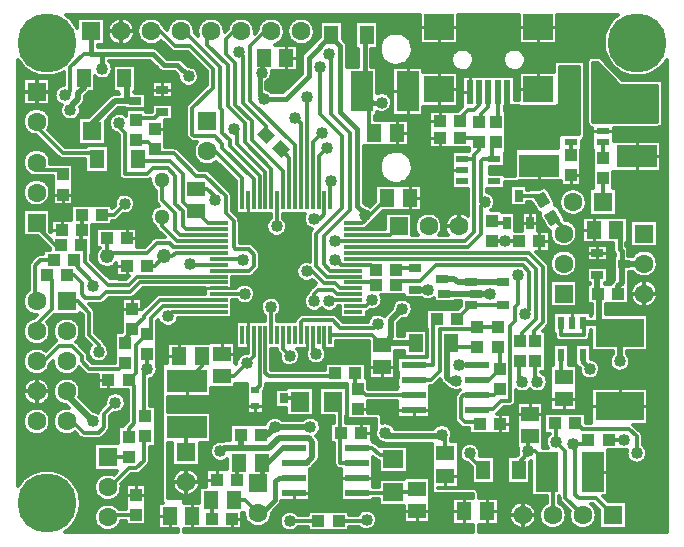
<source format=gbr>
G04 DipTrace Beta 2.9.0.1*
G04 Top.gbr*
%MOIN*%
G04 #@! TF.FileFunction,Copper,L1,Top*
G04 #@! TF.Part,Single*
%AMOUTLINE3*
4,1,4,
-0.027874,0.008909,
0.00622,0.028594,
0.027874,-0.008909,
-0.00622,-0.028594,
-0.027874,0.008909,
0*%
%AMOUTLINE6*
4,1,4,
-0.029231,0.001392,
-0.001392,0.029231,
0.029231,-0.001392,
0.001392,-0.029231,
-0.029231,0.001392,
0*%
%AMOUTLINE9*
4,1,4,
-0.019685,0.021654,
0.019685,0.021654,
0.019685,-0.021654,
-0.019685,-0.021654,
-0.019685,0.021654,
0*%
G04 #@! TA.AperFunction,CopperBalancing*
%ADD14C,0.011811*%
G04 #@! TA.AperFunction,Conductor,NotC*
%ADD15C,0.019685*%
%ADD16C,0.015748*%
G04 #@! TA.AperFunction,CopperBalancing*
%ADD17C,0.01*%
%ADD18C,0.012992*%
G04 #@! TA.AperFunction,SMDPad,CuDef*
%ADD19R,0.161417X0.09252*%
%ADD20R,0.074803X0.133858*%
%ADD21R,0.043307X0.03937*%
%ADD22R,0.059055X0.051181*%
%ADD23R,0.051181X0.059055*%
%ADD24R,0.062992X0.070866*%
%ADD25R,0.133858X0.074803*%
%ADD26R,0.03937X0.043307*%
%ADD27R,0.070866X0.062992*%
G04 #@! TA.AperFunction,ComponentPad*
%ADD30R,0.062992X0.062992*%
%ADD31C,0.062992*%
G04 #@! TA.AperFunction,SMDPad,CuDef*
%ADD32R,0.019685X0.07874*%
%ADD33R,0.098425X0.086614*%
%ADD34R,0.049213X0.062992*%
%ADD35R,0.047244X0.062992*%
G04 #@! TA.AperFunction,ComponentPad*
%ADD37C,0.19685*%
G04 #@! TA.AperFunction,SMDPad,CuDef*
%ADD39R,0.041339X0.025591*%
%ADD40R,0.025591X0.041339*%
%ADD41R,0.027559X0.023622*%
%ADD42R,0.027559X0.035433*%
%ADD43R,0.07874X0.023622*%
%ADD44R,0.062992X0.011811*%
%ADD45R,0.011811X0.062992*%
%ADD51R,0.043307X0.023622*%
%ADD52R,0.023622X0.043307*%
G04 #@! TA.AperFunction,ComponentPad*
%ADD53C,0.048*%
%ADD54C,0.051181*%
G04 #@! TA.AperFunction,ViaPad*
%ADD55C,0.04*%
G04 #@! TA.AperFunction,SMDPad,CuDef*
%ADD135OUTLINE3*%
%ADD138OUTLINE6*%
%ADD141OUTLINE9*%
%FSLAX26Y26*%
G04*
G70*
G90*
G75*
G01*
G04 Top*
%LPD*%
X781241Y987513D2*
D14*
X762490Y968761D1*
X662479D1*
X637476Y993764D1*
Y1012516D1*
X606223Y1043769D1*
X562469D1*
X512490Y993790D1*
X487472D1*
X587472Y793790D2*
X606176D1*
X643727Y756239D1*
X693732D1*
X712484Y774991D1*
Y818745D1*
X749988Y856249D1*
X2446958Y1318900D2*
D15*
X2510808D1*
X2512155Y1320247D1*
X2446958Y1318900D2*
D16*
X2437665D1*
Y1362552D1*
X2431415Y1368803D1*
Y1431310D1*
X2418688D1*
X2446958Y1318900D2*
D15*
X2437665D1*
Y1256291D1*
X2425164Y1243790D1*
Y1218787D1*
X2431429Y993928D2*
Y1089971D1*
X2431449D1*
X1650083Y756239D2*
Y743738D1*
X1831234D1*
X1837675Y750178D1*
X1281294Y774991D2*
X1256274Y749971D1*
X1235701D1*
X1400056Y774991D2*
X1281294D1*
X587472Y893790D2*
Y881251D1*
X674980Y793743D1*
X2309402Y1121822D2*
X2399598D1*
X2431449Y1089971D1*
X2234598Y1121822D2*
D14*
Y1081273D1*
X2312652D1*
Y1118571D1*
X2309402Y1121822D1*
X2356407Y1281499D2*
D15*
Y1220615D1*
X2358235Y1218787D1*
X2362657D1*
Y1106276D1*
X2378962Y1089971D1*
X2431449D1*
X643732Y1937609D2*
Y1906365D1*
X624975Y1887608D1*
Y1868856D1*
X606223Y1850104D1*
Y1831352D1*
X599972D1*
X1895937Y981782D2*
D14*
X1906331D1*
X1906921Y981192D1*
X1956449D1*
X1850110Y687480D2*
Y737743D1*
X1837675Y750178D1*
X1094520Y1158790D2*
X940017D1*
X925007Y1143780D1*
X1556331Y656231D2*
X1500067D1*
Y756239D1*
Y824996D1*
X1475701Y849362D1*
Y860198D1*
X1501888Y756231D2*
X1500067Y756239D1*
X2443916Y731236D2*
X2393911D1*
X2093772Y1546861D2*
X2157556D1*
X2173339Y1531079D1*
X1094520Y1217845D2*
X1180341D1*
X1181283Y1218787D1*
X1791740Y1232343D2*
D15*
X1748820D1*
D14*
X1747984Y1231507D1*
X1956449Y831192D2*
Y833672D1*
X2007669D1*
X2036252Y862255D1*
X2064835D1*
Y1111703D1*
X2080425Y1127294D1*
Y1174066D1*
X2090819Y1184459D1*
Y1280601D1*
X1343732Y706231D2*
D16*
X1306294D1*
X1256273Y656210D1*
X1237520D1*
Y599979D1*
X1225031Y587491D1*
X1343732Y606231D2*
X1293803D1*
X1281294Y593722D1*
Y531215D1*
X1237570Y487491D1*
X1225031D1*
X1143761Y531231D2*
D14*
X1181291D1*
X1225031Y487491D1*
X1070583Y468711D2*
Y529606D1*
X1068958Y531231D1*
X1154441Y599971D2*
X1156281D1*
Y649774D1*
X1162717Y656210D1*
X1556331Y706231D2*
X1606331D1*
X1631331Y681231D1*
X1663224D1*
X1676858Y667597D1*
Y557361D2*
X1745001D1*
X1756362Y568722D1*
X1556331Y556231D2*
X1675728D1*
X1676858Y557361D1*
X985406Y691367D2*
Y772904D1*
X987512Y775010D1*
X1343732Y656231D2*
D15*
X1387558D1*
X1406307Y674980D1*
Y724986D1*
X1393806Y737487D1*
X1293795D1*
X1262542Y706234D1*
X1168782D1*
X1112526D1*
X1100025Y693732D1*
X1168772Y749971D2*
X1168782Y706234D1*
X487472Y1193790D2*
D14*
X481210D1*
Y1312547D1*
X499972Y1331310D1*
X543732D1*
X815703Y1862503D2*
D15*
X787492D1*
Y1929676D1*
X779559Y1937609D1*
X672413Y1762609D2*
Y1785030D1*
X749886Y1862503D1*
X787492D1*
X906255Y1825101D2*
D14*
X900004D1*
X881252Y1806349D1*
X824996D1*
X818741Y1800094D1*
Y1798278D1*
X1094520Y1296585D2*
X1196575D1*
X1212537Y1312547D1*
Y1350051D1*
X1193785Y1368803D1*
X1150030D1*
X1143780Y1375054D1*
Y1462563D1*
X1118777Y1487566D1*
Y1543822D1*
X1050020Y1612579D1*
X1018766D1*
X943759Y1687587D1*
X895566D1*
X881252Y1701900D1*
X818741Y1731349D2*
X825000Y1725091D1*
X858062D1*
X881252Y1701900D1*
X1743850Y931192D2*
X1801173D1*
X1830976Y960995D1*
Y1101310D1*
X1955701D1*
Y1109105D1*
X2023024D1*
X2023811Y1109892D1*
X1936567Y1257136D2*
D15*
Y1259814D1*
X2042827D1*
Y1257136D1*
X1838535Y1268908D2*
X1879047D1*
X1890819Y1257136D1*
X1936567D1*
X1407512Y1082018D2*
D14*
Y1030063D1*
X1418808Y1018766D1*
X1543339Y1257215D2*
X1611673D1*
X1618839Y1250050D1*
X1309087Y1082018D2*
Y1034728D1*
X1331299Y1012516D1*
X1426882Y461940D2*
X1331299D1*
X1407512Y1530837D2*
Y1726295D1*
X1437560Y1756344D1*
X1387827Y1530837D2*
Y1874835D1*
X1387555Y1875106D1*
X1368142Y1530837D2*
Y1788259D1*
X1350051Y1806349D1*
X1269717Y1530837D2*
Y1636657D1*
X1181283Y1725091D1*
Y1787597D1*
X1125028Y1843853D1*
Y1981367D1*
X1056270Y2050125D1*
Y2093869D1*
X1068929D1*
X1543339Y1276900D2*
X1454455D1*
X1418808Y1312547D1*
Y1418808D1*
X1506318Y1506318D1*
Y1743843D1*
X1431310Y1818850D1*
Y1975117D1*
X1543339Y1296585D2*
X1466024D1*
X1443811Y1318798D1*
Y1412558D1*
X1531320Y1500067D1*
Y1756344D1*
X1468814Y1818850D1*
Y2012621D1*
X1462563D1*
Y2018871D1*
X1427197Y1530837D2*
Y1677223D1*
X1456312Y1706339D1*
X1287545Y1443811D2*
X1289402Y1445668D1*
Y1530837D1*
X1412558Y1468814D2*
X1431310D1*
X1446882Y1484386D1*
Y1530837D1*
X674980Y1243790D2*
Y1256291D1*
X610661Y1320610D1*
Y1331310D1*
X1269717Y1082018D2*
Y1174109D1*
X1268793Y1175033D1*
X1094520Y1198160D2*
X898129D1*
X843748Y1143780D1*
Y1139357D1*
X806244Y1101853D1*
Y1093774D1*
X774991Y1062521D1*
Y1060693D1*
X781241Y1054442D1*
X1094520Y1434381D2*
X984442D1*
X975012Y1443811D1*
Y1493816D1*
X950009Y1518819D1*
Y1612579D1*
X925007Y1637581D1*
X875001D1*
X856249Y1618829D1*
X781241D1*
Y1756344D1*
X762490Y1775096D1*
Y1787597D1*
X1081273Y1531320D2*
Y1543822D1*
X1056270Y1568824D1*
X1018971D1*
X1018766Y1568619D1*
X1543339Y1434381D2*
X1603148D1*
X1625080Y1456312D1*
X1446882Y1082018D2*
Y1039142D1*
X1454756Y1031268D1*
X1491503D1*
X1504004Y1043769D1*
X487472Y1093790D2*
X474970D1*
X487472D2*
Y1118789D1*
X537466Y1168782D1*
Y1264387D1*
X520543Y1281310D1*
X1328772Y1530837D2*
Y1673563D1*
X1300899Y1701436D1*
X1230346Y1082018D2*
Y910995D1*
X1216528Y897176D1*
X793743Y674980D2*
X725395D1*
X724953Y674538D1*
X1543339Y1335955D2*
X2118614D1*
X2153181Y1301388D1*
Y1134324D1*
X2106381Y1087524D1*
Y1060693D1*
X2100130D1*
X1543339Y1454066D2*
X1572828D1*
X1581325Y1462563D1*
Y1481315D1*
X1600080D1*
X1656335Y1537570D1*
X1171291Y1530837D2*
Y1603819D1*
X1081281Y1693829D1*
X1056252D1*
X2093933Y631424D2*
Y656282D1*
X2118882Y681231D1*
X2125180D1*
Y693930D1*
X1210661Y1082018D2*
Y1010640D1*
X1187534Y987513D1*
X1106291Y943761D2*
X1143782D1*
X1187534Y987513D1*
X1237539Y1956365D2*
D16*
Y2000119D1*
X1243790Y2006370D1*
X668929Y2093869D2*
Y2018871D1*
X706234D1*
X875001D1*
X912505Y1981367D1*
X956260D1*
X993764Y1943864D1*
X668730Y2093669D2*
D14*
X668929Y2093869D1*
Y2018871D2*
X643727D1*
X599972Y1975117D1*
Y1893858D1*
X587471Y1881357D1*
X581220D1*
X704406Y1481315D2*
X743738D1*
X781241Y1518819D1*
X849999Y810667D2*
X843748D1*
Y968761D1*
X856249D1*
X2125180Y693930D2*
X2149937D1*
X2187639Y656228D1*
Y624975D1*
X2131383Y743738D2*
X2125180D1*
Y693930D1*
X2208066Y481210D2*
Y604549D1*
X2187639Y624975D1*
X1243790Y1868856D2*
D16*
X1318798D1*
X1393806Y1943864D1*
Y2005718D1*
X1469466Y2081378D1*
X1581325Y1481315D2*
Y1487566D1*
X1556323Y1512568D1*
Y1768845D1*
X1500067Y1825101D1*
Y2043874D1*
X1469466Y2074475D1*
Y2081378D1*
X856249Y1018766D2*
D14*
Y968761D1*
X1237539Y1956365D2*
D16*
X1231289D1*
Y1881357D1*
X1243790Y1868856D1*
X2309402Y1015522D2*
Y990764D1*
X2331404Y968761D1*
X706234Y1968866D2*
Y2018871D1*
X1466567Y1082018D2*
D14*
X1605583D1*
X1637581Y1050020D1*
X1750745Y1054091D2*
D15*
X1637581D1*
Y1050020D1*
X1706339Y1168782D2*
X1668835Y1131278D1*
Y1075022D1*
X1643832Y1050020D1*
X1637581D1*
X1885543Y929814D2*
X1867354D1*
X1856961Y940207D1*
Y1033751D1*
X1868856Y1045646D1*
Y1054091D1*
X1955701Y1042176D2*
D14*
X1880770D1*
X1868856Y1054091D1*
X1587576Y2081378D2*
D16*
X1581325D1*
Y1903636D1*
X1571547Y1893858D1*
X1637581Y1856354D2*
X1609051D1*
X1571547Y1893858D1*
X1612562Y1756349D2*
D14*
Y1762612D1*
X1593827Y1781346D1*
Y1871579D1*
X1571547Y1893858D1*
X1094520Y1355640D2*
X950671D1*
X938820Y1343790D1*
X912512D1*
X856269Y1312530D2*
X881252D1*
X912512Y1343790D1*
X1094520Y1375325D2*
X943487D1*
X931257Y1387555D1*
X887503D1*
X856249Y1356302D1*
X724986D1*
Y1337550D1*
X722512Y1340024D1*
Y1343790D1*
X720560Y1406310D2*
Y1345741D1*
X722512Y1343790D1*
X1693837Y1456312D2*
Y1443829D1*
X1693850D1*
X1543339Y1414696D2*
X1664717D1*
X1693850Y1443829D1*
X1466567Y1530837D2*
Y1591580D1*
X1468814Y1593827D1*
X1311016Y871585D2*
X1354077D1*
X1365465Y860198D1*
X1936567Y1182333D2*
X2042827D1*
X1936567D2*
X1934756D1*
X1887512Y1135089D1*
X2244314Y1420247D2*
Y1437142D1*
X2208340Y1473115D1*
X2206803D1*
X2031373Y901197D2*
X2011367Y881192D1*
X1956449D1*
X1964444Y784822D2*
Y792097D1*
X1914126D1*
X1901134Y805089D1*
Y872648D1*
X1909677Y881192D1*
X1956449D1*
X568732Y1381310D2*
X549962D1*
X487472Y1443799D1*
Y1456297D1*
X1543339Y1316270D2*
X1602618D1*
X1618839Y1300050D1*
X1543339Y1316270D2*
X1502594D1*
X1487566Y1331299D1*
X1481315D1*
X1685768Y1300050D2*
Y1306310D1*
X1747984D1*
X2056370Y1456310D2*
X2011046D1*
X2005961Y1461395D1*
X1685768Y1250050D2*
X1688693D1*
X1701185Y1262542D1*
X1766146D1*
X1817984Y1314381D1*
X2109008D1*
X2129795Y1293593D1*
Y1166270D1*
X2114205Y1150680D1*
X1368142Y1082018D2*
Y1124366D1*
X1375054Y1131278D1*
X1475064D1*
X1500067Y1106276D1*
X1612579D1*
X1625080Y1118777D1*
X2050125Y1393806D2*
Y1394466D1*
X2005961D1*
X2095701Y1393790D2*
X2050125D1*
X1250031Y1530837D2*
Y1625089D1*
X1156281Y1718840D1*
Y1756344D1*
X1143780Y1768845D1*
X1094520Y1335955D2*
X1170377D1*
X1175033Y1331299D1*
X793743Y741909D2*
Y768740D1*
X812495Y787492D1*
Y912505D1*
X793743Y931257D1*
X1094520Y1178475D2*
X909697D1*
X868751Y1137529D1*
Y1098197D1*
X856249Y1085696D1*
X793743Y931257D2*
X818745Y956260D1*
Y1048192D1*
X856249Y1085696D1*
X1550071Y956270D2*
Y911270D1*
X1558142Y903199D1*
X1563969D1*
X1585976Y881192D1*
X1743850D1*
X1250031Y1082018D2*
Y956269D1*
X1262542Y943759D1*
X1461753D1*
X1474255Y956260D1*
X1483142D1*
Y956270D1*
X1846016Y1219735D2*
D15*
X1952276D1*
X1998959D1*
X1999066Y1219841D1*
X689165Y1668829D2*
D14*
Y1687587D1*
X574970D1*
X487472Y1775084D1*
Y1792890D1*
X2281399Y787492D2*
X2287650D1*
X2306402Y768740D1*
X2462668D1*
X2487671Y743738D1*
Y687482D1*
X1743850Y981192D2*
X1810189D1*
Y1124696D1*
X1820583Y1135089D1*
X1094520Y1414696D2*
X966623D1*
X950009Y1431310D1*
Y1487566D1*
X906252Y1531323D1*
Y1597097D1*
X1094520Y1395010D2*
X955055D1*
X906252Y1443814D1*
Y1475050D1*
X635661Y1381310D2*
X649978D1*
Y1325049D1*
X724986Y1250041D1*
X793743D1*
X820602Y1276900D1*
X1094520D1*
X635661Y1381310D2*
Y1429495D1*
X637476Y1431310D1*
Y1481315D1*
X1094520Y1454066D2*
X1058517D1*
X1018766Y1493816D1*
X1006265D1*
X975012Y1525070D1*
Y1618829D1*
X931257Y1662584D1*
X824992D1*
Y1668829D1*
X1493811Y461940D2*
X1587576D1*
Y465877D1*
X1956449Y931192D2*
X1994438D1*
X2031373Y968126D1*
Y1035402D1*
X2023811Y1042963D1*
X1993383Y1891008D2*
Y1843367D1*
X1968866Y1818850D1*
Y1792018D1*
X1962621D1*
X2162630Y1800089D2*
D16*
Y1800227D1*
X2131429Y1831428D1*
X2068929D1*
X2056429Y1843928D1*
Y1890954D1*
X2056375Y1891008D1*
X2012669Y1631428D2*
D14*
X2062529D1*
X2062626Y1631331D1*
X2268890Y1681349D2*
Y1725050D1*
X2268850Y1725089D1*
X2024879Y1891008D2*
Y1798026D1*
X2018871Y1792018D1*
X2375150Y1799892D2*
X2456213D1*
X2487669Y1831349D1*
X724953Y574538D2*
X730804D1*
X793743Y637476D1*
X818745D1*
X843748Y662479D1*
Y743738D1*
X849999D1*
X2375150Y1673239D2*
Y1725089D1*
X2375148Y1525070D2*
Y1606308D1*
X2375150Y1606310D1*
X1961887Y1891008D2*
Y1849375D1*
X1943864Y1831352D1*
X1925112D1*
X1898299Y1804539D1*
Y1793829D1*
X1094520Y1316270D2*
X1002542D1*
X1000014Y1318798D1*
X1931362Y687482D2*
Y675885D1*
X1975823Y631424D1*
X1037433Y1011507D2*
Y978475D1*
X987512Y928554D1*
X574970Y1617001D2*
Y1631331D1*
X487472D1*
Y1656297D1*
X1543339Y1355640D2*
X2127512D1*
X2175138Y1308014D1*
Y1125028D1*
X2143885Y1093774D1*
Y1060693D1*
X2150135D1*
X693732Y1025017D2*
Y1050020D1*
X662479Y1081273D1*
Y1156281D1*
X624970Y1193790D1*
X587472D1*
X2234598Y1015522D2*
Y952850D1*
X2243895Y943554D1*
X818745Y483038D2*
X733453D1*
X724953Y474538D1*
X968929Y2093869D2*
Y2093711D1*
X975012Y2087629D1*
Y2100130D1*
X1100025Y1975117D1*
Y1837602D1*
X1106276Y1831352D1*
Y1756344D1*
X1131278Y1731341D1*
Y1712589D1*
X1230346Y1613521D1*
Y1530837D1*
X1210661D2*
Y1601953D1*
X1106276Y1706339D1*
Y1718840D1*
X1081273Y1743843D1*
X1012516D1*
X1006265Y1750093D1*
Y1837602D1*
X1075022Y1906360D1*
Y1968866D1*
X1000014Y2043874D1*
X950009D1*
X900014Y2093869D1*
X868929D1*
X1543339Y1198160D2*
X1466938D1*
X1462563Y1193785D1*
X1412558D2*
Y1218787D1*
X1425059Y1231289D1*
X1475064D1*
X1488508Y1217845D1*
X1543339D1*
X1606328Y1200035D2*
X1584768Y1178475D1*
X1543339D1*
X1253573Y1748761D2*
Y1777814D1*
X1175033Y1856354D1*
Y2012621D1*
X1162531Y2025122D1*
X1309087Y1530837D2*
Y1628541D1*
X1206286Y1731341D1*
Y1793848D1*
X1150030Y1850104D1*
Y1987618D1*
X1118777Y2018871D1*
Y2068877D1*
X1143769Y2093869D1*
X1168929D1*
X1348457Y1530837D2*
Y1714184D1*
X1200035Y1862605D1*
Y2043874D1*
X1250030Y2093869D1*
X1268929D1*
X1094520Y1257215D2*
X832171D1*
X799993Y1225038D1*
X718735D1*
X699983Y1206286D1*
X649978D1*
X637476Y1218787D1*
Y1256291D1*
X612458Y1281310D1*
X587472D1*
X2275148Y718735D2*
X2326982D1*
Y731236D1*
X2275148Y718735D2*
X2281399D1*
Y549967D1*
X2293900Y537466D1*
X2351810D1*
X2408066Y481210D1*
X2150135Y993764D2*
Y925007D1*
X2156386D1*
X2218892Y724986D2*
Y783070D1*
X2214470Y787492D1*
X2218892Y724986D2*
X2250146Y693732D1*
Y539130D1*
X2308066Y481210D1*
X2100130Y993764D2*
X2093879D1*
Y937508D1*
X2106381Y925007D1*
X1543339Y1237530D2*
X1500076D1*
X1481315Y1256291D1*
X1443811D1*
X1406307Y1293795D1*
X1387555D1*
X1543339Y1375325D2*
X1925383D1*
X1968866Y1418808D1*
Y1512568D1*
X1981367Y1525070D1*
X2012669Y1668829D2*
X2012626D1*
X2006370Y1675085D1*
Y1725089D1*
X2018871D1*
X1981367Y1525070D2*
X1975117D1*
X1968866Y1531320D1*
Y1662584D1*
X1975112Y1668829D1*
X2012669D1*
X1543339Y1395010D2*
X1913815D1*
X1943864Y1425059D1*
Y1668835D1*
Y1681336D1*
X1962621Y1700093D1*
Y1725089D1*
Y1737592D1*
X1898301D1*
X1898287Y1737579D1*
X1543339Y1395010D2*
X1482520D1*
X1481315Y1393806D1*
X1906370Y1668829D2*
X1943864D1*
Y1668835D1*
D55*
X1175033Y1331299D3*
X1287545Y1443811D3*
X1412558Y1468814D3*
X1268793Y1175033D3*
X1431310Y1975117D3*
X1350051Y1806349D3*
X1437560Y1756344D3*
X1462563Y2018871D3*
X1387555Y1875106D3*
X1456312Y1706339D3*
X1187534Y987513D3*
X1181283Y1218787D3*
X906255Y1018766D3*
X1237539Y1956365D3*
X1468814Y1593827D3*
X1581325Y1481315D3*
X2431415Y1743843D3*
X674980Y793743D3*
X1606328Y1200035D3*
X1371685Y981673D3*
X1756344Y1181283D3*
X2443916Y731236D3*
X2487671Y687482D3*
X2186961Y1345562D3*
X1706339Y1168782D3*
X1931362Y687482D3*
X1606328Y840096D3*
X2114205Y1150680D3*
X1895937Y981782D3*
X1625080Y1118777D3*
X674980Y1243790D3*
X1412558Y1193785D3*
X1162531Y2025122D3*
X1262542Y1231289D3*
X1587576Y465877D3*
X1331299Y1012516D3*
Y461940D3*
X1637581Y1856354D3*
X1999066Y1219841D3*
X1100025Y693732D3*
X749988Y856249D3*
X2475163Y1743843D3*
X1504004Y1043769D3*
X1659480Y1198160D3*
X662479Y518714D3*
X1400056Y774991D3*
X1081273Y1531320D3*
X1631331Y1987618D3*
X2350156Y2037623D3*
X2050125Y1393806D3*
X1143780Y1768845D3*
X1481315Y1331299D3*
X2331404Y968761D3*
X1418808Y1018766D3*
X781241Y1518819D3*
X2431429Y993928D3*
X2125180Y693930D3*
X1837675Y750178D3*
X1600077Y1556323D3*
X1350051Y1331299D3*
X762490Y1787597D3*
X743738Y1731341D3*
X2275148Y1893858D3*
Y1831352D3*
X2362657Y1962615D3*
Y1918861D3*
X2537669Y1514640D3*
X2450167Y1893858D3*
X2493921D3*
X2537676D3*
X2325154Y1637581D3*
X2206391Y1575075D3*
X712484Y1543822D3*
X443706Y1312547D3*
X1650083Y756239D3*
X1281294Y1906360D3*
X631226Y1631331D3*
X1787597Y1543822D3*
X2362657Y1831352D3*
X2275148Y1956365D3*
X2050125Y1525070D3*
X1243790Y1868856D3*
X1281294Y774991D3*
X737487Y1287545D3*
X1625080Y1456312D3*
X2206391Y1725091D3*
X2162636D3*
X2275148Y1768845D3*
X1993869Y2037623D3*
X993764Y1943864D3*
X581220Y1881357D3*
X706234Y1968866D3*
X856249Y968761D3*
X1000014Y1318798D3*
X699983Y1100025D3*
X2275148Y718735D3*
X2218892Y724986D3*
X2156386Y925007D3*
X2106381D3*
X693732Y1025017D3*
X1462563Y1193785D3*
X599972Y1831352D3*
X1387555Y1293795D3*
X1481315Y1393806D3*
X1981367Y1525070D3*
X2118882Y1725091D3*
X2062626Y1631331D3*
X2075127Y1825101D3*
Y1725091D3*
Y1775096D3*
X2406412Y1893858D3*
X2250146Y1925112D3*
Y1862605D3*
X2362657Y1875106D3*
X2062626Y1675085D3*
X1885543Y929814D3*
X856249Y1218787D3*
X925007Y1143780D3*
X2325154Y1725091D3*
Y1681336D3*
X2518924Y1743843D3*
X2562678D3*
X2325154Y1593827D3*
X1791740Y1232343D3*
X2090819Y1280601D3*
X1607512Y916822D3*
X963102Y1860050D3*
X600707Y2137819D2*
D14*
X621967D1*
X715865D2*
X755026D1*
X782671D2*
X855050D1*
X882696D2*
X955075D1*
X982720D2*
X1055100D1*
X1082745D2*
X1155125D1*
X1182769D2*
X1255148D1*
X1282794D2*
X1355173D1*
X1382819D2*
X1763392D1*
X1892723D2*
X2094101D1*
X2223432D2*
X2411152D1*
X611411Y2126139D2*
X621967D1*
X715865D2*
X735280D1*
X802602D2*
X835304D1*
X902442D2*
X935328D1*
X1002467D2*
X1035353D1*
X1102491D2*
X1135378D1*
X1202516D2*
X1235403D1*
X1302541D2*
X1335427D1*
X1402566D2*
X1430469D1*
X1508495D2*
X1548579D1*
X1626605D2*
X1763392D1*
X1892723D2*
X2094101D1*
X2223432D2*
X2400449D1*
X715865Y2114459D2*
X726975D1*
X810907D2*
X826999D1*
X910932D2*
X926840D1*
X1010955D2*
X1026864D1*
X1110980D2*
X1126888D1*
X1211005D2*
X1226913D1*
X1311030D2*
X1326938D1*
X1410870D2*
X1430469D1*
X1508495D2*
X1548579D1*
X1626605D2*
X1763392D1*
X1892723D2*
X2094101D1*
X2223432D2*
X2392513D1*
X715865Y2102780D2*
X722915D1*
X814967D2*
X822940D1*
X1015016D2*
X1022804D1*
X1115041D2*
X1122828D1*
X1214881D2*
X1222853D1*
X1314906D2*
X1322878D1*
X1414930D2*
X1430469D1*
X1508495D2*
X1548579D1*
X1626605D2*
X1763392D1*
X1892723D2*
X2094101D1*
X2223432D2*
X2386424D1*
X715865Y2091100D2*
X722176D1*
X815705D2*
X822017D1*
X1015755D2*
X1022066D1*
X1315828D2*
X1322139D1*
X1415853D2*
X1430469D1*
X1508495D2*
X1548579D1*
X1626605D2*
X1763392D1*
X1892723D2*
X2094101D1*
X2223432D2*
X2381810D1*
X715865Y2079420D2*
X724391D1*
X813491D2*
X824416D1*
X1313429D2*
X1324354D1*
X1413454D2*
X1430469D1*
X1508495D2*
X1548579D1*
X1626605D2*
X1651556D1*
X1719433D2*
X1763392D1*
X1892723D2*
X2094101D1*
X2223432D2*
X2378672D1*
X715865Y2067740D2*
X730297D1*
X807585D2*
X830136D1*
X1307707D2*
X1330260D1*
X1407732D2*
X1423455D1*
X1508680D2*
X1548579D1*
X1626605D2*
X1639930D1*
X1731244D2*
X1763392D1*
X1892723D2*
X2094101D1*
X2223432D2*
X2376827D1*
X715865Y2056060D2*
X741923D1*
X795774D2*
X841948D1*
X895798D2*
X908199D1*
X1295896D2*
X1342071D1*
X1395921D2*
X1411644D1*
X1519753D2*
X1548579D1*
X1626605D2*
X1633184D1*
X1737703D2*
X1763392D1*
X1892723D2*
X2094101D1*
X2223432D2*
X2376273D1*
X692243Y2044381D2*
X919827D1*
X1359566D2*
X1400018D1*
X1523444D2*
X1548579D1*
X1741210D2*
X2377012D1*
X893584Y2032701D2*
X931453D1*
X1359566D2*
X1388392D1*
X1523444D2*
X1557991D1*
X1604644D2*
X1629226D1*
X1741948D2*
X1888514D1*
X1925018D2*
X2061804D1*
X2098308D2*
X2378857D1*
X905395Y2021021D2*
X993277D1*
X1359566D2*
X1376581D1*
X1523444D2*
X1557991D1*
X1604644D2*
X1630887D1*
X1740102D2*
X1875043D1*
X1938491D2*
X2048333D1*
X2111781D2*
X2381995D1*
X917021Y2009341D2*
X1004903D1*
X1359566D2*
X1370860D1*
X1523444D2*
X1557991D1*
X1604644D2*
X1635501D1*
X1735673D2*
X1869507D1*
X1944026D2*
X2042612D1*
X2117316D2*
X2386608D1*
X972386Y1997661D2*
X1016529D1*
X1359566D2*
X1370491D1*
X1523444D2*
X1557991D1*
X1604644D2*
X1643621D1*
X1727369D2*
X1868030D1*
X1945503D2*
X2041320D1*
X2118609D2*
X2322755D1*
X2379743D2*
X2392883D1*
X426772Y1985982D2*
X432622D1*
X737088D2*
X875350D1*
X984012D2*
X1028156D1*
X1359566D2*
X1370491D1*
X1523444D2*
X1557991D1*
X1604644D2*
X1658938D1*
X1712235D2*
X1870429D1*
X1943104D2*
X2043719D1*
X2116210D2*
X2210550D1*
X2314782D2*
X2322201D1*
X2390446D2*
X2401003D1*
X2579239D2*
X2585919D1*
X426772Y1974302D2*
X443325D1*
X819580D2*
X887161D1*
X1010587D2*
X1039967D1*
X1359566D2*
X1370491D1*
X1624391D2*
X1672226D1*
X1777934D2*
X1877627D1*
X1935907D2*
X2050732D1*
X2109197D2*
X2209812D1*
X2315521D2*
X2322201D1*
X2401151D2*
X2411891D1*
X2568534D2*
X2585919D1*
X426772Y1962622D2*
X458089D1*
X819580D2*
X899526D1*
X1023505D2*
X1051593D1*
X1359566D2*
X1370491D1*
X1624391D2*
X1672226D1*
X1777934D2*
X1897558D1*
X1915975D2*
X2070848D1*
X2089265D2*
X2209812D1*
X2315521D2*
X2322201D1*
X2411854D2*
X2426470D1*
X2553770D2*
X2585919D1*
X426772Y1950942D2*
X480789D1*
X562507D2*
X578598D1*
X819580D2*
X954152D1*
X1028488D2*
X1053623D1*
X1272459D2*
X1368461D1*
X1624391D2*
X1672226D1*
X1892723D2*
X2094101D1*
X2315521D2*
X2322201D1*
X2422558D2*
X2449354D1*
X2531072D2*
X2585919D1*
X426772Y1939262D2*
X578598D1*
X683753D2*
X687829D1*
X724538D2*
X739524D1*
X819580D2*
X958581D1*
X1028857D2*
X1053623D1*
X1268399D2*
X1356835D1*
X1624391D2*
X1672226D1*
X1892723D2*
X1905125D1*
X2081699D2*
X2094101D1*
X2315521D2*
X2322201D1*
X2433261D2*
X2585919D1*
X426772Y1927583D2*
X440558D1*
X534455D2*
X578598D1*
X683753D2*
X739524D1*
X819580D2*
X962457D1*
X1024982D2*
X1053623D1*
X1257327D2*
X1345024D1*
X1624391D2*
X1672226D1*
X1892723D2*
X1905125D1*
X2081699D2*
X2094101D1*
X2315521D2*
X2322201D1*
X2575178D2*
X2585919D1*
X426772Y1915903D2*
X440558D1*
X534455D2*
X578598D1*
X683753D2*
X739524D1*
X819580D2*
X870184D1*
X942304D2*
X972791D1*
X1014647D2*
X1053623D1*
X1254558D2*
X1333396D1*
X1624391D2*
X1672226D1*
X1892723D2*
X1905125D1*
X2081699D2*
X2094101D1*
X2315521D2*
X2322201D1*
X2578131D2*
X2585919D1*
X426772Y1904223D2*
X440558D1*
X534455D2*
X554608D1*
X683753D2*
X739524D1*
X819580D2*
X870184D1*
X942304D2*
X1043289D1*
X1254558D2*
X1321770D1*
X1624391D2*
X1672226D1*
X1892723D2*
X1905125D1*
X2081699D2*
X2094101D1*
X2315521D2*
X2322201D1*
X2578131D2*
X2585919D1*
X426772Y1892543D2*
X440558D1*
X534455D2*
X547594D1*
X683753D2*
X739524D1*
X819580D2*
X870184D1*
X942304D2*
X1031478D1*
X1269692D2*
X1309959D1*
X1624391D2*
X1672226D1*
X1892723D2*
X1905125D1*
X2081699D2*
X2094101D1*
X2315521D2*
X2322201D1*
X2578131D2*
X2585919D1*
X426772Y1880864D2*
X440558D1*
X534455D2*
X545749D1*
X653488D2*
X733064D1*
X851877D2*
X870184D1*
X942304D2*
X1019852D1*
X1662592D2*
X1672226D1*
X1892723D2*
X1905125D1*
X2081699D2*
X2094101D1*
X2315521D2*
X2322201D1*
X2578131D2*
X2585919D1*
X426772Y1869184D2*
X440558D1*
X534455D2*
X547963D1*
X650167D2*
X721253D1*
X851877D2*
X1008224D1*
X1892723D2*
X1905125D1*
X2081699D2*
X2094101D1*
X2315521D2*
X2322201D1*
X2578131D2*
X2585919D1*
X426772Y1857504D2*
X440558D1*
X534455D2*
X555530D1*
X647398D2*
X709627D1*
X851877D2*
X996413D1*
X1892723D2*
X1905125D1*
X2315521D2*
X2322201D1*
X2578131D2*
X2585919D1*
X426772Y1845824D2*
X567710D1*
X637248D2*
X698001D1*
X851877D2*
X870184D1*
X942304D2*
X986633D1*
X1892723D2*
X1905125D1*
X2315521D2*
X2322201D1*
X2578131D2*
X2585919D1*
X426772Y1834144D2*
X466579D1*
X508434D2*
X564757D1*
X635218D2*
X686374D1*
X756835D2*
X783631D1*
X853907D2*
X870184D1*
X942304D2*
X984971D1*
X1664807D2*
X1672226D1*
X1777934D2*
X1898297D1*
X2315521D2*
X2322201D1*
X2578131D2*
X2585919D1*
X426772Y1822465D2*
X451446D1*
X523567D2*
X565680D1*
X634295D2*
X674563D1*
X745024D2*
X783631D1*
X942304D2*
X984971D1*
X1624391D2*
X1631441D1*
X1643584D2*
X1672226D1*
X1777934D2*
X1794211D1*
X2315521D2*
X2322201D1*
X2578131D2*
X2585919D1*
X426772Y1810785D2*
X444248D1*
X530764D2*
X571402D1*
X628573D2*
X662937D1*
X942304D2*
X984971D1*
X1615164D2*
X1794211D1*
X2315521D2*
X2322201D1*
X2578131D2*
X2585919D1*
X426772Y1799105D2*
X440927D1*
X533902D2*
X587273D1*
X612703D2*
X625474D1*
X721770D2*
X729005D1*
X942304D2*
X984971D1*
X1728291D2*
X1794211D1*
X2315521D2*
X2322201D1*
X2578131D2*
X2585919D1*
X426772Y1787425D2*
X440927D1*
X534085D2*
X625474D1*
X719371D2*
X727159D1*
X916283D2*
X984971D1*
X1728291D2*
X1794211D1*
X2315521D2*
X2322201D1*
X2578131D2*
X2585919D1*
X426772Y1775745D2*
X443879D1*
X531133D2*
X625474D1*
X719371D2*
X729189D1*
X916283D2*
X984971D1*
X1728291D2*
X1794211D1*
X2315521D2*
X2328660D1*
X2571672D2*
X2585919D1*
X426772Y1764066D2*
X450707D1*
X528180D2*
X625474D1*
X719371D2*
X736387D1*
X916283D2*
X984971D1*
X1728291D2*
X1794211D1*
X2315521D2*
X2338072D1*
X2412223D2*
X2585919D1*
X426772Y1752386D2*
X465102D1*
X539807D2*
X625474D1*
X719371D2*
X755580D1*
X916283D2*
X984971D1*
X1728291D2*
X1794211D1*
X2315521D2*
X2338072D1*
X2412223D2*
X2585919D1*
X426772Y1740706D2*
X492231D1*
X551433D2*
X625474D1*
X719371D2*
X759824D1*
X916283D2*
X987186D1*
X1728291D2*
X1794211D1*
X2315151D2*
X2338072D1*
X2412223D2*
X2585919D1*
X426772Y1729026D2*
X503857D1*
X563244D2*
X625474D1*
X719371D2*
X759824D1*
X916283D2*
X997706D1*
X1728291D2*
X1794211D1*
X2305924D2*
X2338072D1*
X2570010D2*
X2585919D1*
X426772Y1717346D2*
X515483D1*
X574871D2*
X625474D1*
X719371D2*
X759824D1*
X916283D2*
X1015791D1*
X1728291D2*
X1794211D1*
X2305924D2*
X2338072D1*
X2570010D2*
X2585919D1*
X426772Y1705667D2*
X527294D1*
X729152D2*
X759824D1*
X953747D2*
X1010808D1*
X1579546D2*
X1794211D1*
X2305924D2*
X2338072D1*
X2570010D2*
X2585919D1*
X426772Y1693987D2*
X460304D1*
X514524D2*
X538921D1*
X729152D2*
X759824D1*
X967034D2*
X1009332D1*
X1579546D2*
X1667797D1*
X1703193D2*
X1869322D1*
X2304079D2*
X2340102D1*
X2570010D2*
X2585919D1*
X426772Y1682307D2*
X448677D1*
X526335D2*
X550547D1*
X729152D2*
X759824D1*
X978660D2*
X1010808D1*
X1579546D2*
X1647312D1*
X1723677D2*
X1869322D1*
X2304079D2*
X2340102D1*
X2570010D2*
X2585919D1*
X426772Y1670627D2*
X442772D1*
X532056D2*
X562912D1*
X729152D2*
X759824D1*
X990471D2*
X1015606D1*
X1579546D2*
X1637530D1*
X1733458D2*
X1869322D1*
X2304079D2*
X2340102D1*
X2570010D2*
X2585919D1*
X426772Y1658948D2*
X440558D1*
X534270D2*
X649096D1*
X729152D2*
X759824D1*
X1002097D2*
X1025572D1*
X1579546D2*
X1631995D1*
X1738995D2*
X1869322D1*
X2304079D2*
X2340102D1*
X2570010D2*
X2585919D1*
X426772Y1647268D2*
X441480D1*
X610119D2*
X649096D1*
X729152D2*
X759824D1*
X1013724D2*
X1098100D1*
X1579546D2*
X1629411D1*
X1741579D2*
X1869322D1*
X2304079D2*
X2340102D1*
X2570010D2*
X2585919D1*
X426772Y1635588D2*
X445541D1*
X610119D2*
X649096D1*
X729152D2*
X759824D1*
X1025350D2*
X1109911D1*
X1579546D2*
X1629411D1*
X1741579D2*
X1869322D1*
X2304079D2*
X2340102D1*
X2570010D2*
X2585919D1*
X426772Y1623908D2*
X454029D1*
X610119D2*
X649096D1*
X729152D2*
X759824D1*
X1068350D2*
X1121537D1*
X1579546D2*
X1631995D1*
X1739180D2*
X1869322D1*
X2304079D2*
X2340102D1*
X2410193D2*
X2585919D1*
X426772Y1612228D2*
X474144D1*
X610119D2*
X761115D1*
X1079976D2*
X1133163D1*
X1579546D2*
X1637346D1*
X1733643D2*
X1869322D1*
X2304079D2*
X2340102D1*
X2410193D2*
X2585919D1*
X426772Y1600549D2*
X474698D1*
X500129D2*
X539844D1*
X610119D2*
X771635D1*
X1091787D2*
X1144974D1*
X1579546D2*
X1647127D1*
X1724046D2*
X1869322D1*
X2304079D2*
X2340102D1*
X2410193D2*
X2585919D1*
X426772Y1588869D2*
X454214D1*
X520798D2*
X539844D1*
X610119D2*
X866123D1*
X1103415D2*
X1149957D1*
X1579546D2*
X1666874D1*
X1704115D2*
X1869322D1*
X2049773D2*
X2233803D1*
X2304079D2*
X2340102D1*
X2410193D2*
X2585919D1*
X426772Y1577189D2*
X445541D1*
X529287D2*
X539844D1*
X610119D2*
X870552D1*
X1115041D2*
X1149957D1*
X1579546D2*
X1615385D1*
X1772214D2*
X1869322D1*
X2049773D2*
X2065496D1*
X2121930D2*
X2340102D1*
X2410193D2*
X2585919D1*
X426772Y1565509D2*
X441480D1*
X533533D2*
X539860D1*
X610119D2*
X880887D1*
X1126667D2*
X1149957D1*
X1579546D2*
X1615385D1*
X1772214D2*
X1922471D1*
X1990164D2*
X2065496D1*
X2193904D2*
X2252627D1*
X2297619D2*
X2328291D1*
X2422004D2*
X2585919D1*
X426772Y1553829D2*
X440558D1*
X534270D2*
X539701D1*
X610119D2*
X884948D1*
X1137371D2*
X1149957D1*
X1579546D2*
X1615385D1*
X1772214D2*
X1922471D1*
X2001052D2*
X2065496D1*
X2200547D2*
X2238416D1*
X2311829D2*
X2328291D1*
X2422004D2*
X2585919D1*
X426772Y1542150D2*
X442772D1*
X532056D2*
X539844D1*
X610119D2*
X755026D1*
X807400D2*
X884948D1*
X1140139D2*
X1149957D1*
X1579546D2*
X1615385D1*
X1772214D2*
X1922471D1*
X2012310D2*
X2065496D1*
X2207375D2*
X2231588D1*
X2318843D2*
X2328291D1*
X2422004D2*
X2585919D1*
X426772Y1530470D2*
X448493D1*
X526335D2*
X539844D1*
X610119D2*
X747828D1*
X814597D2*
X884948D1*
X1140139D2*
X1149957D1*
X1579546D2*
X1615385D1*
X1772214D2*
X1922471D1*
X2016369D2*
X2065496D1*
X2214020D2*
X2228635D1*
X2321795D2*
X2328291D1*
X2422004D2*
X2585919D1*
X426772Y1518790D2*
X460119D1*
X514892D2*
X539844D1*
X610119D2*
X745798D1*
X816627D2*
X889377D1*
X1140139D2*
X1149957D1*
X1582499D2*
X1607819D1*
X1772214D2*
X1922471D1*
X2016185D2*
X2065496D1*
X2121930D2*
X2140052D1*
X2216234D2*
X2228635D1*
X2321610D2*
X2328291D1*
X2422004D2*
X2585919D1*
X426772Y1507110D2*
X600375D1*
X814597D2*
X881441D1*
X1140139D2*
X1149957D1*
X1772214D2*
X1922471D1*
X2011756D2*
X2146881D1*
X2227491D2*
X2231958D1*
X2318474D2*
X2328291D1*
X2422004D2*
X2585919D1*
X426772Y1495430D2*
X440558D1*
X534455D2*
X600375D1*
X807400D2*
X870921D1*
X1140508D2*
X1149957D1*
X1772214D2*
X1922471D1*
X2041098D2*
X2153525D1*
X2234320D2*
X2239228D1*
X2311092D2*
X2328291D1*
X2422004D2*
X2585919D1*
X426772Y1483751D2*
X440558D1*
X534455D2*
X600375D1*
X775843D2*
X866123D1*
X1152319D2*
X1268067D1*
X1310660D2*
X1380640D1*
X1632142D2*
X1646942D1*
X1740840D2*
X1770404D1*
X1817428D2*
X1870429D1*
X1917268D2*
X1922479D1*
X2084652D2*
X2102959D1*
X2159394D2*
X2163714D1*
X2240963D2*
X2254287D1*
X2295958D2*
X2328291D1*
X2422004D2*
X2585919D1*
X426772Y1472071D2*
X440558D1*
X534455D2*
X600375D1*
X764217D2*
X865385D1*
X1162654D2*
X1266959D1*
X1310660D2*
X1377319D1*
X1620516D2*
X1646942D1*
X1740840D2*
X1756748D1*
X1831084D2*
X1856773D1*
X2084652D2*
X2102959D1*
X2159394D2*
X2166997D1*
X2247791D2*
X2302824D1*
X2459652D2*
X2585919D1*
X426772Y1460391D2*
X440558D1*
X741517D2*
X867969D1*
X1165052D2*
X1256441D1*
X1318596D2*
X1378241D1*
X1609627D2*
X1646942D1*
X1740840D2*
X1750105D1*
X1837727D2*
X1850129D1*
X2084652D2*
X2102959D1*
X2159394D2*
X2173825D1*
X2267353D2*
X2302824D1*
X2459652D2*
X2465273D1*
X2559123D2*
X2585919D1*
X426772Y1448711D2*
X440558D1*
X741517D2*
X875167D1*
X1165052D2*
X1252566D1*
X1322656D2*
X1383593D1*
X1597077D2*
X1646942D1*
X1740840D2*
X1747108D1*
X1840496D2*
X1847193D1*
X2084652D2*
X2102959D1*
X2159394D2*
X2180469D1*
X2281379D2*
X2302824D1*
X2459652D2*
X2465273D1*
X2559123D2*
X2585919D1*
X426772Y1437031D2*
X440558D1*
X674526D2*
X683421D1*
X824563D2*
X886054D1*
X1165052D2*
X1252749D1*
X1322287D2*
X1398727D1*
X1590249D2*
X1646942D1*
X1740840D2*
X1747521D1*
X1840311D2*
X1847487D1*
X2084652D2*
X2102959D1*
X2159394D2*
X2187297D1*
X2288022D2*
X2302824D1*
X2459652D2*
X2465273D1*
X2559123D2*
X2585919D1*
X426772Y1425352D2*
X440558D1*
X674526D2*
X683421D1*
X824563D2*
X895097D1*
X1165052D2*
X1257549D1*
X1317490D2*
X1398542D1*
X1740840D2*
X1750843D1*
X1836804D2*
X1850867D1*
X2290975D2*
X2302824D1*
X2459652D2*
X2465273D1*
X2559123D2*
X2585919D1*
X426772Y1413672D2*
X440558D1*
X674526D2*
X683421D1*
X824563D2*
X906723D1*
X1165052D2*
X1270097D1*
X1304940D2*
X1397434D1*
X2290791D2*
X2302824D1*
X2459652D2*
X2465273D1*
X2559123D2*
X2585919D1*
X426772Y1401992D2*
X499613D1*
X674526D2*
X683421D1*
X824563D2*
X872214D1*
X1165052D2*
X1397434D1*
X2287470D2*
X2302824D1*
X2459652D2*
X2465273D1*
X2559123D2*
X2585919D1*
X426772Y1390312D2*
X511239D1*
X672681D2*
X683421D1*
X824563D2*
X860587D1*
X1165052D2*
X1397434D1*
X2199625D2*
X2208520D1*
X2280088D2*
X2302824D1*
X2459652D2*
X2465273D1*
X2559123D2*
X2585919D1*
X426772Y1378633D2*
X523050D1*
X672681D2*
X683421D1*
X824563D2*
X848961D1*
X1213589D2*
X1397434D1*
X2199625D2*
X2224206D1*
X2264400D2*
X2320356D1*
X2392476D2*
X2408199D1*
X2454669D2*
X2465226D1*
X2559123D2*
X2585919D1*
X426772Y1366953D2*
X531723D1*
X672681D2*
X690988D1*
X1225215D2*
X1397434D1*
X2199625D2*
X2320356D1*
X2392476D2*
X2408199D1*
X2460575D2*
X2585919D1*
X426772Y1355273D2*
X506625D1*
X672681D2*
X684898D1*
X1233151D2*
X1397434D1*
X2157549D2*
X2213688D1*
X2274920D2*
X2320356D1*
X2392476D2*
X2412814D1*
X2460944D2*
X2481650D1*
X2542698D2*
X2585919D1*
X426772Y1343593D2*
X482634D1*
X671388D2*
X683052D1*
X1233888D2*
X1397434D1*
X2169175D2*
X2203722D1*
X2284886D2*
X2320356D1*
X2392476D2*
X2410783D1*
X2552664D2*
X2585919D1*
X426772Y1331913D2*
X470823D1*
X672865D2*
X684898D1*
X1233888D2*
X1397434D1*
X2180986D2*
X2198924D1*
X2289684D2*
X2320356D1*
X2392476D2*
X2410783D1*
X2557647D2*
X2585919D1*
X426772Y1320234D2*
X461411D1*
X684492D2*
X691172D1*
X1233888D2*
X1364585D1*
X2192243D2*
X2197448D1*
X2291160D2*
X2410783D1*
X2559123D2*
X2585919D1*
X426772Y1308554D2*
X459934D1*
X696118D2*
X706490D1*
X738564D2*
X752257D1*
X1233520D2*
X1355542D1*
X2289684D2*
X2410783D1*
X2557462D2*
X2585919D1*
X426772Y1296874D2*
X459934D1*
X707745D2*
X752257D1*
X1226507D2*
X1352220D1*
X2196487D2*
X2203907D1*
X2284886D2*
X2320356D1*
X2392476D2*
X2410783D1*
X2552664D2*
X2585919D1*
X426772Y1285194D2*
X459934D1*
X719556D2*
X752257D1*
X1214881D2*
X1353143D1*
X2196487D2*
X2213688D1*
X2274920D2*
X2320356D1*
X2392476D2*
X2412445D1*
X2462974D2*
X2481650D1*
X2542698D2*
X2585919D1*
X426772Y1273514D2*
X459934D1*
X731182D2*
X787507D1*
X1141430D2*
X1358865D1*
X2196487D2*
X2320356D1*
X2392476D2*
X2412445D1*
X2462974D2*
X2585919D1*
X426772Y1261835D2*
X459934D1*
X1141430D2*
X1374182D1*
X1401089D2*
X1408508D1*
X2291160D2*
X2320356D1*
X2392476D2*
X2408016D1*
X2462974D2*
X2491984D1*
X2532364D2*
X2585919D1*
X426772Y1250155D2*
X459934D1*
X1141430D2*
X1166382D1*
X1196241D2*
X1416812D1*
X2291160D2*
X2321093D1*
X2462235D2*
X2476298D1*
X2547865D2*
X2585919D1*
X426772Y1238475D2*
X459934D1*
X1141430D2*
X1152172D1*
X1210451D2*
X1402602D1*
X2291160D2*
X2321093D1*
X2462235D2*
X2469101D1*
X2555247D2*
X2585919D1*
X426772Y1226795D2*
X454583D1*
X831391D2*
X1047533D1*
X1215803D2*
X1392822D1*
X2291160D2*
X2321093D1*
X2558570D2*
X2585919D1*
X426772Y1215115D2*
X445909D1*
X819765D2*
X886054D1*
X1216542D2*
X1384517D1*
X1638232D2*
X1711903D1*
X2291160D2*
X2321093D1*
X2558753D2*
X2585919D1*
X426772Y1203436D2*
X441664D1*
X726753D2*
X771081D1*
X841357D2*
X873690D1*
X1213035D2*
X1248505D1*
X1289068D2*
X1378612D1*
X1641554D2*
X1772251D1*
X2291160D2*
X2321093D1*
X2462235D2*
X2468362D1*
X2555801D2*
X2585919D1*
X426772Y1191756D2*
X440558D1*
X715127D2*
X771081D1*
X841357D2*
X862063D1*
X1141430D2*
X1159000D1*
X1203438D2*
X1237802D1*
X1299773D2*
X1377135D1*
X1640816D2*
X1679793D1*
X1732904D2*
X1900510D1*
X2291160D2*
X2321093D1*
X2462235D2*
X2475190D1*
X2549157D2*
X2585919D1*
X426772Y1180076D2*
X442588D1*
X668436D2*
X771081D1*
X841357D2*
X850437D1*
X1141430D2*
X1233741D1*
X1303832D2*
X1380088D1*
X1635280D2*
X1672780D1*
X1739917D2*
X1900510D1*
X2291160D2*
X2337333D1*
X2387864D2*
X2489031D1*
X2535131D2*
X2585919D1*
X426772Y1168396D2*
X448308D1*
X679694D2*
X771081D1*
X1141430D2*
X1234110D1*
X1303648D2*
X1388392D1*
X1486719D2*
X1496352D1*
X1620516D2*
X1670749D1*
X1741762D2*
X1783508D1*
X2196487D2*
X2337333D1*
X2387864D2*
X2585919D1*
X426772Y1156717D2*
X459566D1*
X683753D2*
X771081D1*
X1141430D2*
X1238724D1*
X1298849D2*
X1496352D1*
X1590249D2*
X1659123D1*
X1739549D2*
X1783508D1*
X2196487D2*
X2207412D1*
X2387864D2*
X2585919D1*
X426772Y1145037D2*
X484110D1*
X543314D2*
X641160D1*
X683753D2*
X771081D1*
X1141430D2*
X1248320D1*
X1291098D2*
X1359234D1*
X1490963D2*
X1496394D1*
X1590249D2*
X1601913D1*
X1732167D2*
X1783508D1*
X2196487D2*
X2207412D1*
X2527566D2*
X2585919D1*
X426772Y1133357D2*
X463441D1*
X531686D2*
X563281D1*
X611596D2*
X641160D1*
X683753D2*
X771081D1*
X958730D2*
X1248320D1*
X1291098D2*
X1348899D1*
X1502589D2*
X1592870D1*
X1706146D2*
X1783508D1*
X2196487D2*
X2207412D1*
X2527566D2*
X2585919D1*
X426772Y1121677D2*
X449970D1*
X524858D2*
X549993D1*
X624883D2*
X641160D1*
X683753D2*
X771081D1*
X890077D2*
X897681D1*
X952270D2*
X1149957D1*
X1694518D2*
X1783508D1*
X2196118D2*
X2207412D1*
X2527566D2*
X2585919D1*
X426772Y1109997D2*
X443510D1*
X531503D2*
X543534D1*
X631343D2*
X641160D1*
X683753D2*
X771081D1*
X891369D2*
X918165D1*
X931785D2*
X1149957D1*
X1694150D2*
X1783508D1*
X2189844D2*
X2207412D1*
X2527566D2*
X2585919D1*
X426772Y1098318D2*
X440741D1*
X534085D2*
X540664D1*
X634110D2*
X640995D1*
X683753D2*
X771081D1*
X891369D2*
X1149957D1*
X1694150D2*
X1711719D1*
X2178033D2*
X2207412D1*
X2527566D2*
X2585919D1*
X426772Y1086638D2*
X441112D1*
X533902D2*
X540975D1*
X633741D2*
X641291D1*
X686706D2*
X746168D1*
X891369D2*
X1149957D1*
X1694150D2*
X1711719D1*
X2185230D2*
X2207412D1*
X2527566D2*
X2585919D1*
X426772Y1074958D2*
X444617D1*
X530395D2*
X544642D1*
X630420D2*
X642083D1*
X698517D2*
X746168D1*
X891369D2*
X1149957D1*
X2185230D2*
X2214241D1*
X2527566D2*
X2585919D1*
X426772Y1063278D2*
X452184D1*
X522644D2*
X552209D1*
X622668D2*
X650757D1*
X710144D2*
X746168D1*
X891369D2*
X1149957D1*
X2185230D2*
X2224391D1*
X2322903D2*
X2335304D1*
X2527566D2*
X2585919D1*
X426772Y1051598D2*
X468609D1*
X506219D2*
X540581D1*
X628021D2*
X662568D1*
X716419D2*
X746168D1*
X891369D2*
X921672D1*
X1487825D2*
X1592686D1*
X2185230D2*
X2335304D1*
X2527566D2*
X2585919D1*
X426772Y1039919D2*
X528955D1*
X639832D2*
X661644D1*
X725831D2*
X746168D1*
X891369D2*
X921672D1*
X1487825D2*
X1592686D1*
X2185230D2*
X2207412D1*
X2261818D2*
X2282155D1*
X2527566D2*
X2585919D1*
X426772Y1028239D2*
X456244D1*
X651458D2*
X658287D1*
X728967D2*
X746168D1*
X891369D2*
X921672D1*
X1151211D2*
X1189265D1*
X1271352D2*
X1288921D1*
X1362887D2*
X1384701D1*
X1452946D2*
X1592686D1*
X1682524D2*
X1711719D1*
X2185230D2*
X2207412D1*
X2261818D2*
X2282155D1*
X2336559D2*
X2406171D1*
X2456699D2*
X2585919D1*
X426772Y1016559D2*
X446647D1*
X728045D2*
X746168D1*
X891369D2*
X921672D1*
X1151211D2*
X1168227D1*
X1271352D2*
X1296118D1*
X1366394D2*
X1383409D1*
X1454239D2*
X1592686D1*
X1682524D2*
X1711719D1*
X2185230D2*
X2207412D1*
X2261818D2*
X2282155D1*
X2336559D2*
X2404509D1*
X2458360D2*
X2585919D1*
X426772Y1004879D2*
X441849D1*
X658840D2*
X664807D1*
X722693D2*
X746168D1*
X891369D2*
X921672D1*
X1151211D2*
X1156785D1*
X1271352D2*
X1296672D1*
X1365840D2*
X1386362D1*
X1451286D2*
X1592686D1*
X1682524D2*
X1689020D1*
X2185230D2*
X2207412D1*
X2261818D2*
X2282155D1*
X2336559D2*
X2397865D1*
X2465004D2*
X2585919D1*
X426772Y993199D2*
X440558D1*
X667698D2*
X679915D1*
X707560D2*
X746168D1*
X891369D2*
X921672D1*
X1271352D2*
X1301840D1*
X1360673D2*
X1394852D1*
X1442797D2*
X1592686D1*
X1682524D2*
X1689020D1*
X2185230D2*
X2207412D1*
X2261818D2*
X2282155D1*
X2356490D2*
X2396020D1*
X2466849D2*
X2585919D1*
X426772Y981520D2*
X442218D1*
X532794D2*
X542243D1*
X889155D2*
X904878D1*
X1271352D2*
X1315496D1*
X1347017D2*
X1446155D1*
X1587113D2*
X1592722D1*
X1682524D2*
X1689020D1*
X2185230D2*
X2198924D1*
X2364425D2*
X2398419D1*
X2464450D2*
X2585919D1*
X426772Y969840D2*
X447386D1*
X527627D2*
X547411D1*
X627651D2*
X631698D1*
X891739D2*
X903402D1*
X1271352D2*
X1446155D1*
X1587113D2*
X1592722D1*
X1682524D2*
X1689020D1*
X2185230D2*
X2198924D1*
X2288761D2*
X2295986D1*
X2366824D2*
X2405986D1*
X2456883D2*
X2585919D1*
X426772Y958160D2*
X457535D1*
X517293D2*
X557560D1*
X617316D2*
X643375D1*
X890077D2*
X903402D1*
X1587113D2*
X1592722D1*
X1682524D2*
X1689020D1*
X2185230D2*
X2198924D1*
X2288761D2*
X2297656D1*
X2365164D2*
X2585919D1*
X426772Y946480D2*
X689696D1*
X883434D2*
X903402D1*
X1587113D2*
X1592722D1*
X1682524D2*
X1689020D1*
X2184307D2*
X2198924D1*
X2288761D2*
X2304301D1*
X2358520D2*
X2585919D1*
X426772Y934801D2*
X466025D1*
X508987D2*
X566050D1*
X608828D2*
X689696D1*
X865164D2*
X903402D1*
X1593202D2*
X1689020D1*
X2190398D2*
X2198924D1*
X2288761D2*
X2325892D1*
X2336928D2*
X2585919D1*
X426772Y923121D2*
X451261D1*
X523751D2*
X551286D1*
X623776D2*
X689696D1*
X865164D2*
X903402D1*
X1593202D2*
X1689020D1*
X1822780D2*
X1838871D1*
X2191689D2*
X2198924D1*
X2288761D2*
X2585919D1*
X426772Y911441D2*
X444064D1*
X530764D2*
X544088D1*
X630789D2*
X689696D1*
X865164D2*
X903402D1*
X1593202D2*
X1689020D1*
X1806354D2*
X1850682D1*
X2188921D2*
X2198924D1*
X2288761D2*
X2585919D1*
X426772Y899761D2*
X440927D1*
X534085D2*
X541001D1*
X633927D2*
X689696D1*
X865164D2*
X903402D1*
X1798604D2*
X1868030D1*
X2180617D2*
X2198924D1*
X2288761D2*
X2335304D1*
X2527566D2*
X2585919D1*
X426772Y888081D2*
X440927D1*
X534085D2*
X541001D1*
X634110D2*
X736202D1*
X763848D2*
X791197D1*
X865164D2*
X903402D1*
X1798604D2*
X1886854D1*
X2086129D2*
X2198924D1*
X2288761D2*
X2335304D1*
X2527566D2*
X2585919D1*
X426772Y876402D2*
X444064D1*
X530949D2*
X543904D1*
X630974D2*
X721070D1*
X778795D2*
X791197D1*
X865164D2*
X903402D1*
X1798604D2*
X1880210D1*
X2086129D2*
X2198924D1*
X2288761D2*
X2335304D1*
X2527566D2*
X2585919D1*
X426772Y864722D2*
X450892D1*
X523936D2*
X550916D1*
X639278D2*
X715718D1*
X784332D2*
X791197D1*
X865164D2*
X903402D1*
X1798604D2*
X1879841D1*
X2086129D2*
X2198924D1*
X2288761D2*
X2335304D1*
X2527566D2*
X2585919D1*
X426772Y853042D2*
X465471D1*
X509357D2*
X565496D1*
X650904D2*
X714794D1*
X785255D2*
X791197D1*
X865164D2*
X903402D1*
X1593202D2*
X1689020D1*
X1798604D2*
X1879841D1*
X2176371D2*
X2198924D1*
X2288761D2*
X2335304D1*
X2527566D2*
X2585919D1*
X426772Y841362D2*
X592071D1*
X662530D2*
X705383D1*
X781933D2*
X791197D1*
X885094D2*
X903402D1*
X1593202D2*
X1689020D1*
X1798604D2*
X1879841D1*
X2044974D2*
X2086349D1*
X2176371D2*
X2198924D1*
X2288761D2*
X2335304D1*
X2527566D2*
X2585919D1*
X426772Y829682D2*
X457904D1*
X516923D2*
X557929D1*
X674341D2*
X694310D1*
X772706D2*
X791197D1*
X885094D2*
X903402D1*
X1593202D2*
X1689020D1*
X1798604D2*
X1879841D1*
X2033348D2*
X2086349D1*
X2176371D2*
X2198924D1*
X2288761D2*
X2335304D1*
X2527566D2*
X2585919D1*
X426772Y818003D2*
X447570D1*
X527442D2*
X547411D1*
X741332D2*
X791197D1*
X885094D2*
X903402D1*
X1634357D2*
X1689020D1*
X1798604D2*
X1879841D1*
X2068412D2*
X2086349D1*
X2318474D2*
X2335304D1*
X2527566D2*
X2585919D1*
X426772Y806323D2*
X442218D1*
X532609D2*
X542243D1*
X733766D2*
X791197D1*
X885094D2*
X903402D1*
X1640446D2*
X1689020D1*
X1798604D2*
X1879841D1*
X2068412D2*
X2086349D1*
X2318474D2*
X2335304D1*
X2527566D2*
X2585919D1*
X426772Y794643D2*
X440558D1*
X534455D2*
X540402D1*
X733766D2*
X789906D1*
X885094D2*
X903402D1*
X1640446D2*
X1882794D1*
X2068412D2*
X2086349D1*
X2318474D2*
X2335304D1*
X2527566D2*
X2585919D1*
X426772Y782963D2*
X441849D1*
X533163D2*
X541970D1*
X733766D2*
X778278D1*
X885094D2*
X903402D1*
X1672743D2*
X1826692D1*
X1848801D2*
X1893682D1*
X2068412D2*
X2086349D1*
X2478106D2*
X2585919D1*
X426772Y771283D2*
X446463D1*
X528550D2*
X546487D1*
X733396D2*
X758717D1*
X885094D2*
X903402D1*
X1681970D2*
X1809529D1*
X1865778D2*
X1927454D1*
X2068412D2*
X2086349D1*
X2489734D2*
X2585919D1*
X426772Y759604D2*
X455875D1*
X518953D2*
X555899D1*
X726753D2*
X758717D1*
X885094D2*
X903402D1*
X1871684D2*
X1927454D1*
X2068412D2*
X2086349D1*
X2501545D2*
X2585919D1*
X426772Y747924D2*
X622336D1*
X715127D2*
X758717D1*
X885094D2*
X903402D1*
X1872976D2*
X2086349D1*
X2176371D2*
X2192280D1*
X2508556D2*
X2585919D1*
X426772Y736244D2*
X640052D1*
X697411D2*
X758717D1*
X885094D2*
X903402D1*
X1871500D2*
X2086349D1*
X2176371D2*
X2185451D1*
X2508927D2*
X2585919D1*
X426772Y724564D2*
X758717D1*
X885094D2*
X903402D1*
X1895122D2*
X2086349D1*
X2176371D2*
X2183451D1*
X2508927D2*
X2585919D1*
X426772Y712885D2*
X678070D1*
X885094D2*
X903402D1*
X1895122D2*
X1907155D1*
X1955469D2*
X2086349D1*
X2176371D2*
X2185636D1*
X2511879D2*
X2585919D1*
X426772Y701205D2*
X678070D1*
X865164D2*
X903402D1*
X1895122D2*
X1898906D1*
X1963958D2*
X2090594D1*
X2520184D2*
X2585919D1*
X426772Y689525D2*
X678070D1*
X865164D2*
X903402D1*
X1966726D2*
X2090041D1*
X2393953D2*
X2452307D1*
X2522951D2*
X2585919D1*
X426772Y677845D2*
X678070D1*
X865164D2*
X903402D1*
X1965434D2*
X2085797D1*
X2393953D2*
X2453598D1*
X2521660D2*
X2585919D1*
X426772Y666165D2*
X678070D1*
X865164D2*
X903402D1*
X1895122D2*
X1903463D1*
X2014892D2*
X2054976D1*
X2393953D2*
X2459689D1*
X2515570D2*
X2585919D1*
X426772Y654486D2*
X678070D1*
X863503D2*
X903402D1*
X1895122D2*
X1920995D1*
X2014892D2*
X2054976D1*
X2393953D2*
X2477406D1*
X2498038D2*
X2585919D1*
X426772Y642806D2*
X678070D1*
X853722D2*
X903402D1*
X1895122D2*
X1934836D1*
X2014892D2*
X2054976D1*
X2393953D2*
X2585919D1*
X426772Y631126D2*
X496844D1*
X546450D2*
X678070D1*
X842096D2*
X903402D1*
X1895122D2*
X1936866D1*
X2014892D2*
X2054976D1*
X2393953D2*
X2585919D1*
X426772Y619446D2*
X465840D1*
X577639D2*
X715164D1*
X734873D2*
X745983D1*
X828992D2*
X903402D1*
X1895122D2*
X1936866D1*
X2014892D2*
X2054976D1*
X2393953D2*
X2585919D1*
X426772Y607766D2*
X448677D1*
X594617D2*
X692280D1*
X793744D2*
X903402D1*
X1895122D2*
X1936866D1*
X2014892D2*
X2054976D1*
X2393953D2*
X2585919D1*
X426772Y596087D2*
X436497D1*
X606798D2*
X683421D1*
X781933D2*
X903402D1*
X1895122D2*
X1936866D1*
X2014892D2*
X2054976D1*
X2393953D2*
X2585919D1*
X616025Y584407D2*
X679177D1*
X770860D2*
X783631D1*
X853907D2*
X903402D1*
X1895122D2*
X2134886D1*
X2393953D2*
X2585919D1*
X622853Y572727D2*
X678070D1*
X771782D2*
X783631D1*
X853907D2*
X903402D1*
X1827946D2*
X2134886D1*
X2393953D2*
X2585919D1*
X628205Y561047D2*
X680100D1*
X769753D2*
X783631D1*
X853907D2*
X903402D1*
X1961190D2*
X2134886D1*
X2393953D2*
X2585919D1*
X631896Y549367D2*
X685636D1*
X764400D2*
X783631D1*
X853907D2*
X903402D1*
X1961928D2*
X2134886D1*
X2393953D2*
X2585919D1*
X634295Y537688D2*
X696709D1*
X753143D2*
X783631D1*
X853907D2*
X903402D1*
X1961928D2*
X2186743D1*
X2381219D2*
X2585919D1*
X635403Y526008D2*
X783631D1*
X853907D2*
X904324D1*
X2028365D2*
X2097608D1*
X2118424D2*
X2186743D1*
X2229337D2*
X2233655D1*
X2455038D2*
X2585919D1*
X635403Y514328D2*
X701138D1*
X748714D2*
X783631D1*
X853907D2*
X890114D1*
X2028365D2*
X2075277D1*
X2140755D2*
X2175302D1*
X2240778D2*
X2245333D1*
X2340803D2*
X2345245D1*
X2455038D2*
X2585919D1*
X634110Y502648D2*
X687667D1*
X853907D2*
X890114D1*
X2028365D2*
X2066419D1*
X2149613D2*
X2166444D1*
X2249636D2*
X2256871D1*
X2349661D2*
X2356896D1*
X2455038D2*
X2585919D1*
X631526Y490969D2*
X681022D1*
X853907D2*
X890114D1*
X2028365D2*
X2062175D1*
X2153857D2*
X2162198D1*
X2253882D2*
X2262223D1*
X2353907D2*
X2361262D1*
X2455038D2*
X2585919D1*
X627467Y479289D2*
X678255D1*
X853907D2*
X890114D1*
X2028365D2*
X2061251D1*
X2154965D2*
X2161276D1*
X2254990D2*
X2261115D1*
X2355013D2*
X2361281D1*
X2455038D2*
X2585919D1*
X622115Y467609D2*
X678623D1*
X853907D2*
X890114D1*
X2028365D2*
X2063281D1*
X2152934D2*
X2163306D1*
X2252959D2*
X2263146D1*
X2352983D2*
X2361248D1*
X2455038D2*
X2585919D1*
X614917Y455929D2*
X681945D1*
X767907D2*
X783631D1*
X853907D2*
X890114D1*
X2028365D2*
X2068818D1*
X2147398D2*
X2168843D1*
X2247423D2*
X2268682D1*
X2347448D2*
X2361140D1*
X2455038D2*
X2585919D1*
X605322Y444249D2*
X689512D1*
X760341D2*
X890114D1*
X1961928D2*
X2079891D1*
X2136140D2*
X2179915D1*
X2236165D2*
X2279940D1*
X2336190D2*
X2361140D1*
X2455038D2*
X2585919D1*
X592772Y432570D2*
X705567D1*
X744285D2*
X957105D1*
X1961928D2*
X2585919D1*
X2337669Y904420D2*
X2526409D1*
Y783396D1*
X2476471D1*
X2501924Y757991D1*
X2505433Y753268D1*
X2507377Y747978D1*
X2507828Y737832D1*
X2507917Y715109D1*
X2512357Y711226D1*
X2516064Y706639D1*
X2518930Y701483D1*
X2520869Y695912D1*
X2521923Y687482D1*
X2521415Y681605D1*
X2519907Y675903D1*
X2517442Y670545D1*
X2514094Y665688D1*
X2509965Y661478D1*
X2505172Y658038D1*
X2499862Y655472D1*
X2494189Y653856D1*
X2488324Y653236D1*
X2482438Y653631D1*
X2476709Y655031D1*
X2471304Y657392D1*
X2466385Y660647D1*
X2462097Y664697D1*
X2458567Y669421D1*
X2455900Y674682D1*
X2454175Y680323D1*
X2453444Y686176D1*
X2453727Y692067D1*
X2455510Y699014D1*
X2450434Y697610D1*
X2444570Y696991D1*
X2438684Y697386D1*
X2432954Y698786D1*
X2429745Y700188D1*
X2429816Y697299D1*
X2392722D1*
X2392836Y682534D1*
Y543794D1*
X2373975D1*
X2390727Y527056D1*
X2453814Y526958D1*
Y435462D1*
X2362318D1*
Y498392D1*
X2343572Y517197D1*
X2336123Y517308D1*
X2342083Y511801D1*
X2345738Y507167D1*
X2348765Y502101D1*
X2351115Y496688D1*
X2352749Y491017D1*
X2353814Y481210D1*
X2353433Y475320D1*
X2352298Y469530D1*
X2350425Y463933D1*
X2347849Y458623D1*
X2344610Y453690D1*
X2340764Y449215D1*
X2336373Y445272D1*
X2331512Y441927D1*
X2326260Y439235D1*
X2320705Y437243D1*
X2314940Y435982D1*
X2309060Y435472D1*
X2303164Y435726D1*
X2297350Y436735D1*
X2291714Y438484D1*
X2286349Y440945D1*
X2281346Y444075D1*
X2276789Y447824D1*
X2272752Y452127D1*
X2269302Y456916D1*
X2266496Y462108D1*
X2264383Y467618D1*
X2262997Y473354D1*
X2262361Y479222D1*
X2262486Y485121D1*
X2263367Y490957D1*
X2264581Y496188D1*
X2235892Y524877D1*
X2232383Y529600D1*
X2230440Y534890D1*
X2229988Y543744D1*
X2228223Y539588D1*
Y522425D1*
X2233144Y519471D1*
X2237861Y515924D1*
X2242083Y511801D1*
X2245738Y507167D1*
X2248765Y502101D1*
X2251115Y496688D1*
X2252749Y491017D1*
X2253814Y481210D1*
X2253433Y475320D1*
X2252298Y469530D1*
X2250425Y463933D1*
X2247849Y458623D1*
X2244610Y453690D1*
X2240764Y449215D1*
X2236373Y445272D1*
X2231512Y441927D1*
X2226260Y439235D1*
X2220705Y437243D1*
X2214940Y435982D1*
X2209060Y435472D1*
X2203164Y435726D1*
X2197350Y436735D1*
X2191714Y438484D1*
X2186349Y440945D1*
X2181346Y444075D1*
X2176789Y447824D1*
X2172752Y452127D1*
X2169302Y456916D1*
X2166496Y462108D1*
X2164383Y467618D1*
X2162997Y473354D1*
X2162361Y479222D1*
X2162486Y485121D1*
X2163367Y490957D1*
X2164995Y496629D1*
X2167337Y502046D1*
X2170358Y507115D1*
X2174007Y511753D1*
X2178222Y515883D1*
X2182934Y519437D1*
X2187908Y522549D1*
Y543772D1*
X2135986Y543794D1*
Y661350D1*
X2131807Y659455D1*
Y585676D1*
X2056059D1*
Y677172D1*
X2086509D1*
X2092598Y683454D1*
X2091684Y686772D1*
X2090953Y692625D1*
X2091236Y698516D1*
X2092406Y703731D1*
X2087604Y703895D1*
X2087789Y783580D1*
X2087604Y784604D1*
Y858383D1*
X2175163D1*
Y706171D1*
X2190427Y706156D1*
X2187122Y712186D1*
X2185396Y717827D1*
X2184665Y723680D1*
X2184949Y729571D1*
X2186239Y735327D1*
X2188497Y740776D1*
X2191656Y745756D1*
X2195623Y750121D1*
X2198680Y752496D1*
X2197226Y753555D1*
X2178564D1*
Y821429D1*
X2250375Y821244D1*
X2263210Y821429D1*
X2317304D1*
Y788764D1*
X2336483Y788898D1*
X2336488Y904420D1*
X2337669D1*
X2386870Y1150483D2*
X2526409D1*
Y1029459D1*
X2455358D1*
X2455524Y1018182D1*
X2459823Y1013085D1*
X2462689Y1007929D1*
X2464627Y1002358D1*
X2465681Y993928D1*
X2465173Y988051D1*
X2463665Y982349D1*
X2461201Y976991D1*
X2457853Y972134D1*
X2453723Y967924D1*
X2448930Y964484D1*
X2443621Y961919D1*
X2437948Y960302D1*
X2432083Y959682D1*
X2426197Y960077D1*
X2420467Y961478D1*
X2415063Y963839D1*
X2410143Y967093D1*
X2405856Y971143D1*
X2402325Y975867D1*
X2399659Y981129D1*
X2397933Y986769D1*
X2397202Y992622D1*
X2397486Y998513D1*
X2398776Y1004269D1*
X2401034Y1009718D1*
X2404193Y1014698D1*
X2407293Y1018108D1*
X2407335Y1029546D1*
X2336488Y1029459D1*
Y1097558D1*
X2335465Y1092766D1*
Y1085916D1*
X2332697D1*
X2332810Y1081273D1*
X2331951Y1075451D1*
X2329448Y1070126D1*
X2325513Y1065751D1*
X2320482Y1062698D1*
X2314600Y1061236D1*
X2259503Y1061115D1*
X2234598D1*
X2228777Y1061974D1*
X2223451Y1064478D1*
X2219076Y1068412D1*
X2216024Y1073444D1*
X2214562Y1079325D1*
X2214441Y1085887D1*
X2208535Y1085916D1*
Y1157727D1*
X2260661Y1157542D1*
X2260110Y1157727D1*
X2335465D1*
Y1145731D1*
X2336488Y1147570D1*
Y1150483D1*
X2338518D1*
X2338563Y1184709D1*
X2322329Y1184850D1*
Y1252724D1*
X2332479D1*
X2332273Y1254451D1*
X2321486D1*
Y1308546D1*
X2391328D1*
Y1254451D1*
X2380440D1*
X2381385Y1252724D1*
X2394140Y1252539D1*
X2402731Y1252724D1*
X2407295Y1259953D1*
X2413476Y1266177D1*
X2413571Y1291909D1*
X2412037Y1291853D1*
Y1345948D1*
X2415543D1*
X2415539Y1353411D1*
X2411714Y1358732D1*
X2409755Y1364285D1*
X2409289Y1374709D1*
Y1387442D1*
X2378845Y1387530D1*
X2304042D1*
Y1475089D1*
X2458530D1*
Y1387530D1*
X2453547D1*
X2453541Y1377975D1*
X2457366Y1372623D1*
X2459325Y1367071D1*
X2459791Y1356647D1*
Y1345759D1*
X2474230Y1345948D1*
X2478096Y1350790D1*
X2482311Y1354920D1*
X2487024Y1358474D1*
X2492154Y1361391D1*
X2497617Y1363623D1*
X2503322Y1365134D1*
X2509173Y1365898D1*
X2515075Y1365902D1*
X2520927Y1365146D1*
X2526634Y1363643D1*
X2532100Y1361419D1*
X2537234Y1358508D1*
X2541950Y1354961D1*
X2546172Y1350837D1*
X2549827Y1346203D1*
X2552854Y1341138D1*
X2555205Y1335724D1*
X2556839Y1330054D1*
X2557903Y1320247D1*
X2557522Y1314357D1*
X2556387Y1308567D1*
X2554514Y1302970D1*
X2551938Y1297660D1*
X2548699Y1292727D1*
X2544853Y1288252D1*
X2540462Y1284308D1*
X2535601Y1280963D1*
X2530349Y1278272D1*
X2524794Y1276280D1*
X2519029Y1275018D1*
X2513150Y1274509D1*
X2507253Y1274762D1*
X2501440Y1275772D1*
X2495803Y1277521D1*
X2490438Y1279982D1*
X2485436Y1283112D1*
X2480878Y1286861D1*
X2476302Y1291912D1*
X2461764Y1291853D1*
X2461612Y1253831D1*
X2461070Y1240913D1*
Y1184850D1*
X2389259Y1185035D1*
X2386573Y1184850D1*
X2386752Y1165638D1*
Y1150320D1*
X1522293Y1975039D2*
X1559202D1*
X1559199Y2035588D1*
X1549702Y2035630D1*
Y2127126D1*
X1625450D1*
Y2035630D1*
X1603490D1*
X1603451Y1974894D1*
X1623201Y1975039D1*
Y1887379D1*
X1629785Y1889707D1*
X1635622Y1890550D1*
X1641518Y1890379D1*
X1647298Y1889199D1*
X1652789Y1887046D1*
X1657828Y1883982D1*
X1662268Y1880098D1*
X1665975Y1875512D1*
X1668841Y1870356D1*
X1670780Y1864785D1*
X1671833Y1856354D1*
X1671325Y1850478D1*
X1669818Y1844776D1*
X1667353Y1839417D1*
X1664005Y1834560D1*
X1659875Y1830350D1*
X1655083Y1826911D1*
X1649773Y1824345D1*
X1644100Y1822728D1*
X1638235Y1822109D1*
X1632349Y1822504D1*
X1626619Y1823904D1*
X1623073Y1825454D1*
X1623201Y1812677D1*
X1613984Y1812524D1*
X1614058Y1800129D1*
X1652404Y1799944D1*
X1653428Y1800129D1*
X1727207D1*
Y1712570D1*
X1578400D1*
X1578449Y1521736D1*
X1585262Y1515340D1*
X1591042Y1514160D1*
X1596533Y1512007D1*
X1600155Y1509804D1*
X1616493Y1526235D1*
X1616492Y1581349D1*
X1696177Y1581164D1*
X1697201Y1581349D1*
X1770980D1*
Y1493790D1*
X1640997D1*
X1614364Y1467129D1*
X1611097Y1464378D1*
X1607749Y1459521D1*
X1603619Y1455311D1*
X1597997Y1451280D1*
X1591403Y1444134D1*
X1589087Y1441546D1*
Y1434668D1*
X1608299Y1434853D1*
X1647976D1*
X1648102Y1489577D1*
X1739598D1*
Y1415205D1*
X1758336Y1415168D1*
X1755087Y1419535D1*
X1752281Y1424727D1*
X1750168Y1430238D1*
X1748782Y1435974D1*
X1748146Y1441841D1*
X1748270Y1447740D1*
X1749152Y1453576D1*
X1750780Y1459248D1*
X1753122Y1464665D1*
X1756143Y1469735D1*
X1759791Y1474373D1*
X1764007Y1478503D1*
X1768719Y1482056D1*
X1773849Y1484974D1*
X1779312Y1487206D1*
X1785017Y1488717D1*
X1790869Y1489480D1*
X1796770Y1489484D1*
X1802622Y1488728D1*
X1808329Y1487226D1*
X1813795Y1485001D1*
X1818929Y1482091D1*
X1823646Y1478543D1*
X1827867Y1474420D1*
X1831522Y1469786D1*
X1834550Y1464720D1*
X1836900Y1459307D1*
X1838534Y1453636D1*
X1839598Y1443829D1*
X1839218Y1437940D1*
X1838083Y1432150D1*
X1836210Y1426552D1*
X1833634Y1421243D1*
X1829314Y1415051D1*
X1858361Y1415168D1*
X1855726Y1418542D1*
X1852281Y1424727D1*
X1849832Y1431370D1*
X1848437Y1438310D1*
X1848129Y1445383D1*
X1848916Y1452419D1*
X1850780Y1459248D1*
X1853673Y1465709D1*
X1857530Y1471646D1*
X1862257Y1476916D1*
X1867740Y1481395D1*
X1873849Y1484974D1*
X1880437Y1487567D1*
X1887345Y1489113D1*
X1894409Y1489573D1*
X1901461Y1488940D1*
X1908329Y1487226D1*
X1914852Y1484472D1*
X1920871Y1480745D1*
X1923730Y1478471D1*
X1923706Y1568083D1*
X1870465Y1567963D1*
X1870650Y1620089D1*
X1870465Y1619538D1*
Y1694892D1*
X1928684Y1695089D1*
Y1703762D1*
X1892854Y1703642D1*
X1862382Y1703827D1*
X1861358Y1703642D1*
X1795453D1*
X1795465Y1827766D1*
X1893213D1*
X1906361Y1841108D1*
X1906297Y1944630D1*
X1985982Y1944445D1*
X1998816Y1944630D1*
X2017478Y1944445D1*
X2030312Y1944630D1*
X2048974Y1944445D1*
X2061808Y1944630D1*
X2080470D1*
Y1864352D1*
X2095273Y1864551D1*
Y1958409D1*
X2210911D1*
X2210891Y1981367D1*
X2212097Y1987105D1*
X2215512Y1991873D1*
X2221741Y1995207D1*
X2231049Y1995619D1*
X2300151D1*
X2305888Y1994413D1*
X2310656Y1990999D1*
X2313991Y1984769D1*
X2314403Y1975462D1*
Y1743843D1*
X2313197Y1738105D1*
X2308837Y1732543D1*
X2304756Y1727530D1*
Y1699026D1*
X2302726D1*
X2302827Y1645444D1*
Y1578514D1*
X2234953D1*
Y1594940D1*
X2096136Y1594892D1*
X2091030Y1592488D1*
X2081723Y1592076D1*
X2048689D1*
X2048575Y1567963D1*
X1988966D1*
X1989024Y1558315D1*
X1996575Y1555761D1*
X2001614Y1552697D1*
X2006054Y1548814D1*
X2009761Y1544227D1*
X2012627Y1539071D1*
X2014566Y1533500D1*
X2015619Y1525070D1*
X2015112Y1519193D1*
X2013604Y1513491D1*
X2011139Y1508133D1*
X2007791Y1503276D1*
X2003661Y1499066D1*
X2001551Y1497301D1*
X2039898D1*
Y1491210D1*
X2083417Y1491231D1*
Y1427727D1*
X2104272D1*
X2104126Y1436743D1*
Y1491231D1*
X2158220D1*
Y1427710D1*
X2198535Y1427727D1*
Y1359853D1*
X2151772D1*
X2189391Y1322268D1*
X2192900Y1317545D1*
X2194844Y1312255D1*
X2195295Y1302109D1*
Y1125028D1*
X2194437Y1119206D1*
X2192071Y1114091D1*
X2185215Y1106598D1*
X2175253Y1096598D1*
X2184072D1*
X2183887Y1024787D1*
X2184072Y1011953D1*
Y957858D1*
X2170231D1*
X2171593Y955698D1*
X2176633Y952634D1*
X2181072Y948751D1*
X2184780Y944164D1*
X2187646Y939008D1*
X2189584Y933437D1*
X2190638Y925007D1*
X2190130Y919130D1*
X2188622Y913428D1*
X2186157Y908070D1*
X2182810Y903213D1*
X2178680Y899003D1*
X2173887Y895563D1*
X2168577Y892997D1*
X2162904Y891381D1*
X2157039Y890761D1*
X2151154Y891156D1*
X2145424Y892556D1*
X2140020Y894917D1*
X2135100Y898172D1*
X2131482Y901588D1*
X2123882Y895563D1*
X2118572Y892997D1*
X2112899Y891381D1*
X2107034Y890761D1*
X2101148Y891156D1*
X2095419Y892556D1*
X2090014Y894917D1*
X2084961Y898298D1*
X2084992Y862255D1*
X2084134Y856433D1*
X2081630Y851108D1*
X2077696Y846732D1*
X2072664Y843680D1*
X2066782Y842218D1*
X2044719Y842097D1*
X2021953Y819486D1*
X2021451Y818759D1*
X2067278D1*
Y750885D1*
X1928538D1*
Y772108D1*
X1914126Y771940D1*
X1908304Y772798D1*
X1903189Y775164D1*
X1895697Y782020D1*
X1886881Y790836D1*
X1883371Y795559D1*
X1881428Y800849D1*
X1880976Y810995D1*
Y872648D1*
X1881835Y878470D1*
X1884201Y883585D1*
X1891056Y891077D1*
X1897735Y897804D1*
X1892062Y896188D1*
X1886197Y895568D1*
X1880311Y895963D1*
X1874581Y897364D1*
X1869177Y899724D1*
X1864257Y902979D1*
X1860104Y906902D1*
X1854050Y909726D1*
X1846142Y916953D1*
X1839924Y923171D1*
X1836298Y927814D1*
X1833877Y933379D1*
X1832702Y934214D1*
X1815427Y916938D1*
X1810703Y913429D1*
X1805413Y911486D1*
X1797298Y911034D1*
X1797472Y905129D1*
Y855129D1*
Y805129D1*
X1690228D1*
Y861219D1*
X1655268Y861034D1*
X1591969D1*
X1592079Y843829D1*
Y820466D1*
X1625080Y820496D1*
X1630818Y819290D1*
X1635585Y815875D1*
X1638920Y809646D1*
X1639332Y800339D1*
Y788713D1*
X1648123Y790434D1*
X1654020Y790264D1*
X1659799Y789084D1*
X1665290Y786930D1*
X1670329Y783866D1*
X1674769Y779983D1*
X1678476Y775396D1*
X1682130Y767978D1*
X1726854Y767832D1*
X1808240D1*
X1814406Y775314D1*
X1819063Y778933D1*
X1824272Y781699D1*
X1829878Y783531D1*
X1835715Y784374D1*
X1841612Y784203D1*
X1847391Y783024D1*
X1852882Y780870D1*
X1857921Y777806D1*
X1862361Y773923D1*
X1866068Y769336D1*
X1868934Y764180D1*
X1870873Y758609D1*
X1871927Y750178D1*
X1871419Y744302D1*
X1870146Y739491D1*
X1870268Y727223D1*
X1893890Y727323D1*
X1893705Y647638D1*
X1893890Y646614D1*
Y572835D1*
X1826825D1*
X1826852Y570448D1*
X1946466Y570680D1*
X1952206Y569483D1*
X1956978Y566076D1*
X1960328Y559829D1*
X1960740Y550522D1*
Y537420D1*
X2027256Y537491D1*
Y449932D1*
X1960709D1*
X1960740Y424845D1*
X2587039Y424617D1*
X2587045Y1998990D1*
X2581306Y1990102D1*
X2573870Y1980933D1*
X2565516Y1972592D1*
X2556335Y1965169D1*
X2546428Y1958749D1*
X2535903Y1953402D1*
X2524877Y1949184D1*
X2513470Y1946143D1*
X2501807Y1944312D1*
X2490017Y1943711D1*
X2478228Y1944348D1*
X2466571Y1946214D1*
X2455173Y1949290D1*
X2444160Y1953542D1*
X2433651Y1958923D1*
X2423764Y1965373D1*
X2414605Y1972823D1*
X2406277Y1981189D1*
X2398869Y1990382D1*
X2392465Y2000299D1*
X2387133Y2010832D1*
X2382930Y2021865D1*
X2379908Y2033277D1*
X2378094Y2044942D1*
X2377512Y2056734D1*
X2378167Y2068521D1*
X2380051Y2080175D1*
X2383144Y2091568D1*
X2387413Y2102575D1*
X2392810Y2113075D1*
X2399276Y2122953D1*
X2406739Y2132100D1*
X2415118Y2140416D1*
X2424323Y2147808D1*
X2426915Y2149575D1*
X2222194Y2149499D1*
X2222202Y2051953D1*
X2095273D1*
Y2149504D1*
X1891493Y2149354D1*
Y2051953D1*
X1764564D1*
Y2149504D1*
X585261Y2149499D1*
X597524Y2139710D1*
X605827Y2131318D1*
X613206Y2122102D1*
X619581Y2112165D1*
X623232Y2105123D1*
X623181Y2139617D1*
X714677D1*
Y2048121D1*
X690870D1*
X691055Y2040904D1*
X747572Y2040997D1*
X875001D1*
X880837Y2040214D1*
X886260Y2037919D1*
X890647Y2034517D1*
X921573Y2003589D1*
X956260Y2003493D1*
X962096Y2002710D1*
X967518Y2000415D1*
X971906Y1997013D1*
X990827Y1978091D1*
X997701Y1977888D1*
X1003480Y1976709D1*
X1008971Y1974555D1*
X1014010Y1971491D1*
X1018450Y1967608D1*
X1022157Y1963021D1*
X1025024Y1957865D1*
X1026962Y1952294D1*
X1028016Y1943864D1*
X1027508Y1937987D1*
X1026000Y1932285D1*
X1023535Y1926927D1*
X1020188Y1922070D1*
X1016058Y1917860D1*
X1011265Y1914420D1*
X1005955Y1911854D1*
X1000282Y1910238D1*
X994417Y1909618D1*
X988531Y1910013D1*
X982802Y1911413D1*
X977398Y1913774D1*
X972478Y1917029D1*
X968190Y1921079D1*
X964660Y1925803D1*
X961993Y1931064D1*
X960268Y1936705D1*
X959537Y1942558D1*
X959740Y1946791D1*
X947192Y1959146D1*
X912505Y1959241D1*
X906669Y1960025D1*
X901247Y1962320D1*
X896860Y1965722D1*
X865933Y1996650D1*
X745080Y1996745D1*
X728286D1*
X728360Y1995064D1*
X734627Y1988024D1*
X737493Y1982867D1*
X739432Y1977297D1*
X740486Y1968866D1*
X739978Y1962990D1*
X738470Y1957287D1*
X736005Y1951929D1*
X732657Y1947072D1*
X728528Y1942862D1*
X723735Y1939423D1*
X718425Y1936857D1*
X712752Y1935240D1*
X706887Y1934621D1*
X701001Y1935016D1*
X695272Y1936416D1*
X689867Y1938777D1*
X684948Y1942031D1*
X682669Y1944182D1*
X682591Y1891861D1*
X662844D1*
X660769Y1889328D1*
X649156Y1877714D1*
X649070Y1868856D1*
X648349Y1863009D1*
X646232Y1857512D1*
X642012Y1851819D1*
X632487Y1842293D1*
X634125Y1833962D1*
X633717Y1825475D1*
X632209Y1819773D1*
X629744Y1814415D1*
X626396Y1809558D1*
X622266Y1805348D1*
X617474Y1801908D1*
X612164Y1799343D1*
X606491Y1797726D1*
X600626Y1797106D1*
X594740Y1797501D1*
X589010Y1798902D1*
X583606Y1801262D1*
X578686Y1804517D1*
X574399Y1808567D1*
X570869Y1813291D1*
X568202Y1818552D1*
X566476Y1824193D1*
X565745Y1830046D1*
X566029Y1835937D1*
X567319Y1841693D1*
X570663Y1848853D1*
X564854Y1851268D1*
X559934Y1854522D1*
X555647Y1858572D1*
X552117Y1863297D1*
X549450Y1868558D1*
X547724Y1874198D1*
X546993Y1880051D1*
X547277Y1885942D1*
X548567Y1891698D1*
X550825Y1897147D1*
X553984Y1902127D1*
X557951Y1906492D1*
X562609Y1910112D1*
X567818Y1912878D1*
X573424Y1914710D1*
X579815Y1915537D1*
Y1959741D1*
X567399Y1953388D1*
X556373Y1949171D1*
X544966Y1946130D1*
X533303Y1944299D1*
X521513Y1943698D1*
X509724Y1944335D1*
X498067Y1946201D1*
X486669Y1949277D1*
X475656Y1953529D1*
X465147Y1958909D1*
X455260Y1965360D1*
X446101Y1972810D1*
X437773Y1981176D1*
X430365Y1990369D1*
X425593Y1997608D1*
X425591Y579924D1*
X434383Y592192D1*
X442316Y600934D1*
X451119Y608801D1*
X460698Y615701D1*
X470946Y621562D1*
X481751Y626319D1*
X492995Y629919D1*
X504552Y632323D1*
X516299Y633504D1*
X528105Y633450D1*
X539840Y632160D1*
X551375Y629651D1*
X562585Y625948D1*
X573346Y621092D1*
X583539Y615136D1*
X593054Y608148D1*
X601786Y600202D1*
X609638Y591386D1*
X616524Y581798D1*
X622369Y571541D1*
X627109Y560728D1*
X630692Y549479D1*
X633079Y537917D1*
X634241Y526169D1*
X634207Y515052D1*
X632972Y503312D1*
X630516Y491765D1*
X626864Y480538D1*
X622058Y469755D1*
X616150Y459534D1*
X609205Y449987D1*
X601299Y441219D1*
X592520Y433327D1*
X581545Y425530D1*
X958381Y425349D1*
X958220Y434024D1*
X948535Y433908D1*
X891291D1*
Y521467D1*
X908255Y521580D1*
X904916Y527814D1*
X904504Y537121D1*
Y975012D1*
X905710Y980749D1*
X909125Y985517D1*
X915354Y988852D1*
X922631Y989264D1*
X922787Y998436D1*
Y1055286D1*
X1062512Y1055493D1*
Y1058407D1*
X1150071D1*
Y987799D1*
X1153307Y986207D1*
X1153591Y992098D1*
X1154881Y997854D1*
X1157139Y1003303D1*
X1160298Y1008283D1*
X1164265Y1012648D1*
X1168923Y1016268D1*
X1174131Y1019034D1*
X1179738Y1020866D1*
X1185575Y1021709D1*
X1190550Y1021564D1*
X1190504Y1036455D1*
X1185150Y1036270D1*
X1151134D1*
Y1127766D1*
X1191449Y1127581D1*
X1190898Y1127766D1*
X1249744D1*
X1249559Y1146794D1*
X1243219Y1152248D1*
X1239689Y1156972D1*
X1237022Y1162234D1*
X1235297Y1167874D1*
X1234566Y1173727D1*
X1234849Y1179618D1*
X1236139Y1185374D1*
X1238398Y1190823D1*
X1241556Y1195803D1*
X1245524Y1200168D1*
X1250181Y1203787D1*
X1255390Y1206554D1*
X1260996Y1208386D1*
X1266833Y1209228D1*
X1272730Y1209058D1*
X1278509Y1207878D1*
X1284000Y1205724D1*
X1289039Y1202660D1*
X1293479Y1198777D1*
X1297186Y1194190D1*
X1300052Y1189034D1*
X1301991Y1183463D1*
X1303045Y1175033D1*
X1302537Y1169156D1*
X1301029Y1163454D1*
X1298564Y1158096D1*
X1295217Y1153239D1*
X1289739Y1148062D1*
X1289874Y1127581D1*
X1309559Y1127766D1*
X1348415D1*
X1348772Y1129948D1*
X1351209Y1135303D1*
X1358064Y1142795D1*
X1360801Y1145531D1*
X1365524Y1149041D1*
X1370814Y1150984D1*
X1380959Y1151436D1*
X1475064D1*
X1480886Y1150577D1*
X1486001Y1148211D1*
X1493493Y1141356D1*
X1508500Y1126349D1*
X1591787Y1126433D1*
X1592427Y1129118D1*
X1594685Y1134567D1*
X1597844Y1139547D1*
X1601811Y1143912D1*
X1606469Y1147531D1*
X1611677Y1150298D1*
X1617283Y1152130D1*
X1623121Y1152972D1*
X1629017Y1152802D1*
X1634797Y1151622D1*
X1640287Y1149469D1*
X1645327Y1146404D1*
X1648240Y1143856D1*
X1651798Y1148315D1*
X1672024Y1168542D1*
X1672395Y1173367D1*
X1673685Y1179123D1*
X1675944Y1184572D1*
X1679102Y1189552D1*
X1683070Y1193917D1*
X1687727Y1197537D1*
X1692936Y1200303D1*
X1698542Y1202135D1*
X1704379Y1202978D1*
X1710276Y1202807D1*
X1716055Y1201627D1*
X1721546Y1199474D1*
X1726585Y1196409D1*
X1731025Y1192526D1*
X1734732Y1187940D1*
X1737598Y1182783D1*
X1739537Y1177213D1*
X1740591Y1168782D1*
X1740083Y1162906D1*
X1738575Y1157203D1*
X1736110Y1151845D1*
X1732762Y1146988D1*
X1728633Y1142778D1*
X1723840Y1139339D1*
X1718530Y1136773D1*
X1712857Y1135156D1*
X1706072Y1134598D1*
X1692971Y1121340D1*
X1692929Y1078314D1*
X1713062Y1078185D1*
X1712871Y1091020D1*
Y1099839D1*
X1788619D1*
Y1008343D1*
X1712871D1*
Y1029934D1*
X1681171Y1029996D1*
X1681361Y1010177D1*
Y935374D1*
X1593802D1*
X1593772Y1061861D1*
X1486550D1*
X1486724Y1036270D1*
X1448252D1*
X1450068Y1032768D1*
X1452007Y1027197D1*
X1453060Y1018766D1*
X1452552Y1012890D1*
X1451045Y1007188D1*
X1448580Y1001829D1*
X1445232Y996972D1*
X1441102Y992762D1*
X1436310Y989323D1*
X1431000Y986757D1*
X1425327Y985140D1*
X1419462Y984521D1*
X1413576Y984916D1*
X1407846Y986316D1*
X1402442Y988677D1*
X1397522Y991932D1*
X1393235Y995982D1*
X1389705Y1000706D1*
X1387038Y1005967D1*
X1385312Y1011608D1*
X1384581Y1017461D1*
X1384865Y1023352D1*
X1386155Y1029108D1*
X1387354Y1032001D1*
Y1036455D1*
X1382000Y1036270D1*
X1355986Y1036260D1*
X1359693Y1031673D1*
X1362559Y1026517D1*
X1364497Y1020946D1*
X1365551Y1012516D1*
X1365043Y1006639D1*
X1363535Y1000937D1*
X1361071Y995579D1*
X1357723Y990722D1*
X1353593Y986512D1*
X1348801Y983072D1*
X1343491Y980507D1*
X1337818Y978890D1*
X1331953Y978270D1*
X1326067Y978665D1*
X1320337Y980066D1*
X1314933Y982427D1*
X1310013Y985681D1*
X1305726Y989731D1*
X1302196Y994455D1*
X1299529Y999717D1*
X1297803Y1005357D1*
X1297072Y1011210D1*
X1297476Y1017640D1*
X1294833Y1020475D1*
X1291324Y1025198D1*
X1289381Y1030488D1*
X1288929Y1036455D1*
X1270004Y1036270D1*
X1270189Y1017058D1*
Y964462D1*
X1274353Y963916D1*
X1447274D1*
X1447236Y990207D1*
X1519047Y990022D1*
X1531882Y990207D1*
X1585976D1*
Y939088D1*
X1592079Y939105D1*
Y903487D1*
X1597787Y901349D1*
X1690245D1*
X1690413Y907255D1*
X1690228Y911034D1*
X1690413Y957255D1*
X1690228Y961034D1*
Y1007255D1*
X1790068D1*
X1790031Y1101332D1*
X1784677Y1101152D1*
Y1169026D1*
X1856488Y1168841D1*
X1869323Y1169026D1*
X1893130D1*
X1901576Y1177660D1*
X1901646Y1195702D1*
X1880856Y1195640D1*
X1880937Y1192688D1*
X1811094D1*
Y1203945D1*
X1803932Y1200333D1*
X1798259Y1198717D1*
X1792394Y1198097D1*
X1786508Y1198492D1*
X1780778Y1199892D1*
X1775374Y1202253D1*
X1772146Y1204388D1*
X1713063Y1204459D1*
Y1216085D1*
X1649862Y1216298D1*
X1636474Y1216113D1*
X1639526Y1208466D1*
X1640580Y1200035D1*
X1640072Y1194159D1*
X1638564Y1188457D1*
X1636100Y1183098D1*
X1632752Y1178241D1*
X1628622Y1174031D1*
X1623829Y1170592D1*
X1618520Y1168026D1*
X1612846Y1166409D1*
X1606982Y1165790D1*
X1600917Y1166230D1*
X1599021Y1164222D1*
X1594345Y1160768D1*
X1588902Y1158318D1*
X1589087Y1138633D1*
X1497591D1*
Y1178188D1*
X1492957Y1178003D1*
X1488987Y1171991D1*
X1484857Y1167781D1*
X1480064Y1164341D1*
X1474755Y1161776D1*
X1469081Y1160159D1*
X1463217Y1159539D1*
X1457331Y1159934D1*
X1451601Y1161335D1*
X1446197Y1163696D1*
X1441277Y1166950D1*
X1437659Y1170366D1*
X1430059Y1164341D1*
X1424749Y1161776D1*
X1419076Y1160159D1*
X1413211Y1159539D1*
X1407325Y1159934D1*
X1401596Y1161335D1*
X1396192Y1163696D1*
X1391272Y1166950D1*
X1386984Y1171000D1*
X1383454Y1175724D1*
X1380787Y1180986D1*
X1379062Y1186626D1*
X1378331Y1192479D1*
X1378614Y1198370D1*
X1379904Y1204126D1*
X1382163Y1209575D1*
X1385322Y1214555D1*
X1389289Y1218920D1*
X1392636Y1221521D1*
X1393188Y1224369D1*
X1395625Y1229724D1*
X1402480Y1237217D1*
X1410806Y1245542D1*
X1415482Y1248996D1*
X1417030Y1254566D1*
X1406461Y1265135D1*
X1399747Y1261786D1*
X1394073Y1260169D1*
X1388209Y1259550D1*
X1382323Y1259945D1*
X1376593Y1261345D1*
X1371189Y1263706D1*
X1366269Y1266961D1*
X1361982Y1271010D1*
X1358451Y1275735D1*
X1355785Y1280996D1*
X1354059Y1286636D1*
X1353328Y1292490D1*
X1353612Y1298381D1*
X1354902Y1304136D1*
X1357160Y1309585D1*
X1360319Y1314566D1*
X1364286Y1318930D1*
X1368944Y1322550D1*
X1374152Y1325316D1*
X1379759Y1327148D1*
X1385596Y1327991D1*
X1391492Y1327820D1*
X1398815Y1326034D1*
X1398651Y1365697D1*
Y1418808D1*
X1399509Y1424630D1*
X1401875Y1429745D1*
X1406512Y1435020D1*
X1401596Y1436364D1*
X1396192Y1438724D1*
X1391272Y1441979D1*
X1386984Y1446029D1*
X1383454Y1450753D1*
X1380787Y1456014D1*
X1379062Y1461655D1*
X1378331Y1467508D1*
X1378614Y1473399D1*
X1379904Y1479155D1*
X1382394Y1485089D1*
X1347984Y1485274D1*
X1343024Y1485089D1*
X1309374D1*
X1309559Y1470121D1*
X1315938Y1462969D1*
X1318804Y1457812D1*
X1320743Y1452241D1*
X1321797Y1443811D1*
X1321289Y1437934D1*
X1319781Y1432232D1*
X1317316Y1426874D1*
X1313969Y1422017D1*
X1309839Y1417807D1*
X1305046Y1414367D1*
X1299736Y1411802D1*
X1294063Y1410185D1*
X1288198Y1409566D1*
X1282312Y1409961D1*
X1276583Y1411361D1*
X1271178Y1413722D1*
X1266259Y1416976D1*
X1261971Y1421026D1*
X1258441Y1425751D1*
X1255774Y1431012D1*
X1254049Y1436652D1*
X1253318Y1442505D1*
X1253601Y1448396D1*
X1254891Y1454152D1*
X1257150Y1459601D1*
X1260308Y1464581D1*
X1264276Y1468946D1*
X1269096Y1472651D1*
X1269244Y1485274D1*
X1249559Y1485089D1*
X1210189D1*
X1151134D1*
X1151319Y1576585D1*
X1151134Y1595613D1*
X1086701Y1659902D1*
X1084559Y1657891D1*
X1079698Y1654546D1*
X1074446Y1651854D1*
X1068891Y1649862D1*
X1063126Y1648601D1*
X1057247Y1648092D1*
X1051350Y1648345D1*
X1045537Y1649354D1*
X1039900Y1651104D1*
X1034535Y1653564D1*
X1029533Y1656694D1*
X1024975Y1660444D1*
X1020938Y1664747D1*
X1017488Y1669535D1*
X1014682Y1674727D1*
X1012570Y1680238D1*
X1011184Y1685974D1*
X1010547Y1691841D1*
X1010672Y1697740D1*
X1011554Y1703576D1*
X1013181Y1709248D1*
X1015524Y1714665D1*
X1018545Y1719735D1*
X1021623Y1723648D1*
X1012516Y1723685D1*
X1006694Y1724543D1*
X1001682Y1726844D1*
X994096Y1733756D1*
X988508Y1740552D1*
X986559Y1745853D1*
X986108Y1755999D1*
Y1837602D1*
X986966Y1843424D1*
X989332Y1848539D1*
X996188Y1856031D1*
X1054780Y1914623D1*
X1054865Y1960432D1*
X991738Y2023644D1*
X950009Y2023717D1*
X944188Y2024575D1*
X939072Y2026941D1*
X931580Y2033797D1*
X902479Y2062896D1*
X897236Y2057930D1*
X892375Y2054585D1*
X887123Y2051894D1*
X881568Y2049902D1*
X875803Y2048640D1*
X869924Y2048131D1*
X864028Y2048385D1*
X858214Y2049394D1*
X852577Y2051143D1*
X847213Y2053604D1*
X842210Y2056734D1*
X837652Y2060483D1*
X833615Y2064786D1*
X830165Y2069575D1*
X827360Y2074766D1*
X825247Y2080277D1*
X823861Y2086013D1*
X823224Y2091881D1*
X823349Y2097780D1*
X824231Y2103615D1*
X825858Y2109287D1*
X828201Y2114705D1*
X831222Y2119774D1*
X834870Y2124412D1*
X839085Y2128542D1*
X843798Y2132096D1*
X848928Y2135013D1*
X854391Y2137245D1*
X860096Y2138756D1*
X865948Y2139520D1*
X871849Y2139524D1*
X877701Y2138768D1*
X883408Y2137265D1*
X888874Y2135041D1*
X894008Y2132130D1*
X898724Y2128583D1*
X902946Y2124459D1*
X906601Y2119825D1*
X909629Y2114760D1*
X911465Y2110531D1*
X922619Y2099770D1*
X923533Y2098857D1*
X924231Y2103615D1*
X925858Y2109287D1*
X928201Y2114705D1*
X931222Y2119774D1*
X934870Y2124412D1*
X939085Y2128542D1*
X943798Y2132096D1*
X948928Y2135013D1*
X954391Y2137245D1*
X960096Y2138756D1*
X965948Y2139520D1*
X971849Y2139524D1*
X977701Y2138768D1*
X983408Y2137265D1*
X988874Y2135041D1*
X994008Y2132130D1*
X998724Y2128583D1*
X1002946Y2124459D1*
X1006601Y2119825D1*
X1009629Y2114760D1*
X1011979Y2109346D1*
X1013613Y2103676D1*
X1014677Y2093869D1*
X1014379Y2089268D1*
X1026196Y2077454D1*
X1023861Y2086013D1*
X1023224Y2091881D1*
X1023349Y2097780D1*
X1024231Y2103615D1*
X1025858Y2109287D1*
X1028201Y2114705D1*
X1031222Y2119774D1*
X1034870Y2124412D1*
X1039085Y2128542D1*
X1043798Y2132096D1*
X1048928Y2135013D1*
X1054391Y2137245D1*
X1060096Y2138756D1*
X1065948Y2139520D1*
X1071849Y2139524D1*
X1077701Y2138768D1*
X1083408Y2137265D1*
X1088874Y2135041D1*
X1094008Y2132130D1*
X1098724Y2128583D1*
X1102946Y2124459D1*
X1106601Y2119825D1*
X1109629Y2114760D1*
X1111979Y2109346D1*
X1113613Y2103676D1*
X1114677Y2093869D1*
X1114642Y2093316D1*
X1123967Y2102573D1*
X1125858Y2109287D1*
X1128201Y2114705D1*
X1131222Y2119774D1*
X1134870Y2124412D1*
X1139085Y2128542D1*
X1143798Y2132096D1*
X1148928Y2135013D1*
X1154391Y2137245D1*
X1160096Y2138756D1*
X1165948Y2139520D1*
X1171849Y2139524D1*
X1177701Y2138768D1*
X1183408Y2137265D1*
X1188874Y2135041D1*
X1194008Y2132130D1*
X1198724Y2128583D1*
X1202946Y2124459D1*
X1206601Y2119825D1*
X1209629Y2114760D1*
X1211979Y2109346D1*
X1213613Y2103676D1*
X1214677Y2093869D1*
X1213978Y2086350D1*
X1223234Y2095580D1*
X1224231Y2103615D1*
X1225858Y2109287D1*
X1228201Y2114705D1*
X1231222Y2119774D1*
X1234870Y2124412D1*
X1239085Y2128542D1*
X1243798Y2132096D1*
X1248928Y2135013D1*
X1254391Y2137245D1*
X1260096Y2138756D1*
X1265948Y2139520D1*
X1271849Y2139524D1*
X1277701Y2138768D1*
X1283408Y2137265D1*
X1288874Y2135041D1*
X1294008Y2132130D1*
X1298724Y2128583D1*
X1302946Y2124459D1*
X1306601Y2119825D1*
X1309629Y2114760D1*
X1311979Y2109346D1*
X1313613Y2103676D1*
X1314677Y2093869D1*
X1314297Y2087979D1*
X1313161Y2082189D1*
X1311289Y2076592D1*
X1308713Y2071282D1*
X1305474Y2066349D1*
X1301627Y2061874D1*
X1297236Y2057930D1*
X1292375Y2054585D1*
X1287123Y2051894D1*
X1282089Y2050088D1*
X1355486Y2050150D1*
X1347213Y2053604D1*
X1342210Y2056734D1*
X1337652Y2060483D1*
X1333615Y2064786D1*
X1330165Y2069575D1*
X1327360Y2074766D1*
X1325247Y2080277D1*
X1323861Y2086013D1*
X1323224Y2091881D1*
X1323349Y2097780D1*
X1324231Y2103615D1*
X1325858Y2109287D1*
X1328201Y2114705D1*
X1331222Y2119774D1*
X1334870Y2124412D1*
X1339085Y2128542D1*
X1343798Y2132096D1*
X1348928Y2135013D1*
X1354391Y2137245D1*
X1360096Y2138756D1*
X1365948Y2139520D1*
X1371849Y2139524D1*
X1377701Y2138768D1*
X1383408Y2137265D1*
X1388874Y2135041D1*
X1394008Y2132130D1*
X1398724Y2128583D1*
X1402946Y2124459D1*
X1406601Y2119825D1*
X1409629Y2114760D1*
X1411979Y2109346D1*
X1413613Y2103676D1*
X1414677Y2093869D1*
X1414297Y2087979D1*
X1413161Y2082189D1*
X1411289Y2076592D1*
X1408713Y2071282D1*
X1405474Y2066349D1*
X1401627Y2061874D1*
X1397236Y2057930D1*
X1392375Y2054585D1*
X1387123Y2051894D1*
X1381568Y2049902D1*
X1375803Y2048640D1*
X1369924Y2048131D1*
X1364028Y2048385D1*
X1358395Y2049362D1*
X1358436Y1962591D1*
X1271268D1*
X1271791Y1956365D1*
X1271283Y1950488D1*
X1269776Y1944786D1*
X1267311Y1939428D1*
X1263963Y1934571D1*
X1259833Y1930361D1*
X1253547Y1926201D1*
X1253507Y1901701D1*
X1258997Y1899547D1*
X1264037Y1896483D1*
X1269751Y1891022D1*
X1309673Y1890982D1*
X1371663Y1953010D1*
X1371680Y2005718D1*
X1372463Y2011554D1*
X1374759Y2016976D1*
X1378160Y2021364D1*
X1431533Y2074736D1*
X1431592Y2127126D1*
X1507340D1*
Y2067886D1*
X1515713Y2059520D1*
X1519285Y2054839D1*
X1521496Y2049382D1*
X1522193Y2043874D1*
Y1975038D1*
X1674618Y1975039D2*
X1776744D1*
Y1958394D1*
X1891493Y1958409D1*
Y1843291D1*
X1776741D1*
X1776744Y1812677D1*
X1673437D1*
Y1975039D1*
X1674618D1*
X793836Y1278593D2*
X753434D1*
Y1321298D1*
X749923Y1317109D1*
X745493Y1313211D1*
X740518Y1310041D1*
X735114Y1307673D1*
X729411Y1306165D1*
X723542Y1305552D1*
X717651Y1305848D1*
X711874Y1307047D1*
X706350Y1309119D1*
X701211Y1312017D1*
X696579Y1315671D1*
X692563Y1319993D1*
X689260Y1324881D1*
X686748Y1330219D1*
X685087Y1335881D1*
X684315Y1341730D1*
X684453Y1347627D1*
X685496Y1353434D1*
X687419Y1359012D1*
X690177Y1364227D1*
X693703Y1368955D1*
X697259Y1372441D1*
X684655Y1372373D1*
Y1440247D1*
X756466Y1440062D1*
X757490Y1440247D1*
X823395D1*
Y1376430D1*
X848079Y1376459D1*
X873249Y1401808D1*
X877972Y1405318D1*
X883262Y1407261D1*
X893408Y1407713D1*
X913892D1*
X891999Y1429560D1*
X888490Y1434283D1*
X886531Y1439706D1*
X877650Y1447312D1*
X873867Y1451841D1*
X870795Y1456878D1*
X868500Y1462314D1*
X867033Y1468028D1*
X866427Y1473896D1*
X866693Y1479791D1*
X867827Y1485581D1*
X869803Y1491140D1*
X872579Y1496346D1*
X876093Y1501085D1*
X880269Y1505255D1*
X885014Y1508760D1*
X890226Y1511528D1*
X895614Y1513432D1*
X891999Y1517070D1*
X888490Y1521793D1*
X886546Y1527083D1*
X886094Y1537228D1*
Y1562881D1*
X882060Y1565440D1*
X877650Y1569360D1*
X873867Y1573888D1*
X870795Y1578925D1*
X868500Y1584361D1*
X867033Y1590075D1*
X866427Y1595944D1*
X866684Y1601654D1*
X860490Y1599123D1*
X850344Y1598672D1*
X781241D1*
X775420Y1599530D1*
X770094Y1602034D1*
X765719Y1605969D1*
X762667Y1611000D1*
X761205Y1616882D1*
X761084Y1671979D1*
Y1748197D1*
X754852Y1754226D1*
X751528Y1755147D1*
X746123Y1757508D1*
X741203Y1760762D1*
X736916Y1764812D1*
X733386Y1769537D1*
X730719Y1774798D1*
X728993Y1780438D1*
X728262Y1786291D1*
X728546Y1792182D1*
X729836Y1797938D1*
X732094Y1803387D1*
X735253Y1808367D1*
X739220Y1812732D1*
X743878Y1816352D1*
X749087Y1819118D1*
X754693Y1820950D1*
X760530Y1821793D1*
X766427Y1821622D1*
X772206Y1820442D1*
X777697Y1818289D1*
X782736Y1815224D1*
X784818Y1813404D1*
X784804Y1834184D1*
X852678D1*
Y1826617D1*
X871318Y1826507D1*
X871333Y1852148D1*
X941176D1*
Y1798054D1*
X915155D1*
X915189Y1707724D1*
X943759Y1707744D1*
X949580Y1706886D1*
X954696Y1704520D1*
X962188Y1697664D1*
X1027043Y1632808D1*
X1050020Y1632736D1*
X1055841Y1631878D1*
X1060957Y1629512D1*
X1068449Y1622656D1*
X1133030Y1558075D1*
X1136539Y1553352D1*
X1138483Y1548062D1*
X1138934Y1537916D1*
Y1496024D1*
X1158033Y1476816D1*
X1161542Y1472093D1*
X1163486Y1466803D1*
X1163937Y1456657D1*
Y1388929D1*
X1193785Y1388961D1*
X1199606Y1388102D1*
X1204722Y1385736D1*
X1212214Y1378881D1*
X1226790Y1364304D1*
X1230299Y1359581D1*
X1232243Y1354291D1*
X1232694Y1344146D1*
Y1312547D1*
X1231836Y1306726D1*
X1229470Y1301610D1*
X1222614Y1294118D1*
X1210828Y1282332D1*
X1206105Y1278823D1*
X1200815Y1276879D1*
X1190669Y1276428D1*
X1140083D1*
X1140268Y1256743D1*
Y1237818D1*
X1153021Y1238003D1*
X1158014Y1243923D1*
X1162672Y1247542D1*
X1167881Y1250308D1*
X1173487Y1252140D1*
X1179324Y1252983D1*
X1185220Y1252812D1*
X1191000Y1251633D1*
X1196491Y1249479D1*
X1201530Y1246415D1*
X1205970Y1242531D1*
X1209677Y1237945D1*
X1212543Y1232789D1*
X1214482Y1227218D1*
X1215535Y1218787D1*
X1215028Y1212911D1*
X1213520Y1207209D1*
X1211055Y1201850D1*
X1207707Y1196993D1*
X1203577Y1192783D1*
X1198785Y1189344D1*
X1193475Y1186778D1*
X1187802Y1185161D1*
X1181937Y1184542D1*
X1176051Y1184937D1*
X1170322Y1186337D1*
X1164917Y1188698D1*
X1159997Y1191953D1*
X1154496Y1197626D1*
X1140083Y1197688D1*
X1140268Y1178003D1*
Y1138633D1*
X1048772Y1138818D1*
X1029559Y1138633D1*
X958878D1*
X957243Y1132201D1*
X954778Y1126843D1*
X951430Y1121986D1*
X947301Y1117776D1*
X942508Y1114336D1*
X937198Y1111770D1*
X931525Y1110154D1*
X925660Y1109534D1*
X919774Y1109929D1*
X914045Y1111329D1*
X908640Y1113690D1*
X903720Y1116945D1*
X899433Y1120995D1*
X895903Y1125719D1*
X892643Y1132919D1*
X888848Y1129118D1*
X888908Y1121474D1*
X890186Y1121601D1*
X890001Y1049790D1*
X890186Y1036955D1*
Y982861D1*
X887509Y982762D1*
X889448Y977192D1*
X890501Y968761D1*
X889993Y962885D1*
X888486Y957182D1*
X886021Y951824D1*
X882673Y946967D1*
X878543Y942757D1*
X873751Y939318D1*
X868441Y936752D1*
X864009Y935490D1*
X863906Y846407D1*
X883936Y846572D1*
X883751Y774761D1*
X883936Y761927D1*
Y707832D1*
X863820D1*
X863906Y662479D1*
X863047Y656657D1*
X860681Y651542D1*
X853825Y644050D1*
X832999Y623223D1*
X828276Y619714D1*
X822986Y617770D1*
X812840Y617319D1*
X801951D1*
X769500Y584727D1*
X770528Y578512D1*
X770320Y568648D1*
X769185Y562858D1*
X767312Y557261D1*
X764736Y551951D1*
X761497Y547018D1*
X757651Y542543D1*
X753260Y538600D1*
X748399Y535255D1*
X743147Y532563D1*
X737592Y530571D1*
X731827Y529310D1*
X725948Y528801D1*
X720051Y529054D1*
X714238Y530063D1*
X708601Y531812D1*
X703236Y534273D1*
X698234Y537403D1*
X693676Y541152D1*
X689639Y545455D1*
X686189Y550244D1*
X683383Y555436D1*
X681270Y560946D1*
X679885Y566682D1*
X679248Y572550D1*
X679373Y578449D1*
X680255Y584285D1*
X681882Y589957D1*
X684224Y595374D1*
X687245Y600444D1*
X690894Y605081D1*
X695109Y609211D1*
X699822Y612765D1*
X704951Y615682D1*
X710415Y617915D1*
X716119Y619425D1*
X721971Y620189D1*
X727873Y620193D1*
X733724Y619437D1*
X739432Y617934D1*
X744043Y616056D1*
X756613Y628853D1*
X679205Y628790D1*
Y720286D1*
X759852D1*
X759806Y777815D1*
X775861D1*
X779490Y782993D1*
X792408Y795912D1*
X792337Y897298D1*
X757837Y897505D1*
X756814Y897320D1*
X690908D1*
Y948588D1*
X662479Y948604D1*
X656657Y949462D1*
X651542Y951828D1*
X644050Y958684D1*
X628782Y973951D1*
X624017Y966270D1*
X620171Y961795D1*
X615780Y957852D1*
X610919Y954507D1*
X605667Y951815D1*
X600112Y949823D1*
X594346Y948562D1*
X588467Y948052D1*
X582571Y948306D1*
X576757Y949315D1*
X571121Y951064D1*
X565756Y953525D1*
X560753Y956655D1*
X556196Y960404D1*
X552159Y964707D1*
X548709Y969496D1*
X545903Y974688D1*
X543790Y980198D1*
X542404Y985934D1*
X541825Y994567D1*
X532484Y985278D1*
X529832Y976513D1*
X527256Y971203D1*
X524017Y966270D1*
X520171Y961795D1*
X515780Y957852D1*
X510919Y954507D1*
X505667Y951815D1*
X500112Y949823D1*
X494346Y948562D1*
X488467Y948052D1*
X482571Y948306D1*
X476757Y949315D1*
X471121Y951064D1*
X465756Y953525D1*
X460753Y956655D1*
X456196Y960404D1*
X452159Y964707D1*
X448709Y969496D1*
X445903Y974688D1*
X443790Y980198D1*
X442404Y985934D1*
X441768Y991802D1*
X441892Y997701D1*
X442774Y1003537D1*
X444402Y1009209D1*
X446744Y1014626D1*
X449765Y1019696D1*
X453413Y1024333D1*
X457629Y1028463D1*
X462341Y1032017D1*
X467471Y1034934D1*
X472934Y1037167D1*
X478639Y1038677D1*
X484491Y1039441D1*
X490392Y1039445D1*
X496244Y1038689D1*
X501951Y1037186D1*
X507417Y1034962D1*
X512551Y1032051D1*
X517928Y1027860D1*
X548215Y1058022D1*
X552891Y1061476D1*
X552159Y1064707D1*
X548709Y1069496D1*
X545903Y1074688D1*
X543790Y1080198D1*
X542404Y1085934D1*
X541768Y1091802D1*
X541892Y1097701D1*
X542774Y1103537D1*
X544402Y1109209D1*
X546744Y1114626D1*
X549765Y1119696D1*
X553413Y1124333D1*
X557629Y1128463D1*
X562341Y1132017D1*
X567471Y1134934D1*
X572934Y1137167D1*
X578639Y1138677D1*
X584491Y1139441D1*
X590392Y1139445D1*
X596244Y1138689D1*
X601951Y1137186D1*
X607417Y1134962D1*
X612551Y1132051D1*
X617268Y1128504D1*
X621490Y1124381D1*
X625144Y1119747D1*
X628172Y1114681D1*
X630522Y1109268D1*
X632156Y1103597D1*
X633220Y1093790D1*
X632840Y1087900D1*
X631705Y1082110D1*
X629832Y1076513D1*
X627256Y1071203D1*
X624017Y1066270D1*
X618113Y1059946D1*
X624652Y1053846D1*
X651730Y1026769D1*
X655239Y1022046D1*
X657182Y1016756D1*
X657634Y1006610D1*
Y1001996D1*
X670912Y988835D1*
X747186Y988919D1*
X747304Y1023419D1*
Y1090348D1*
X772218D1*
X772307Y1137759D1*
Y1204688D1*
X840181D1*
Y1168701D1*
X883875Y1212413D1*
X888598Y1215923D1*
X893888Y1217866D1*
X904034Y1218318D1*
X1048772Y1218554D1*
Y1237243D1*
X1029559Y1237058D1*
X840398D1*
X814247Y1210785D1*
X809524Y1207276D1*
X804234Y1205332D1*
X794088Y1204881D1*
X727097D1*
X714236Y1192033D1*
X709513Y1188524D1*
X704223Y1186580D1*
X694077Y1186129D1*
X661043D1*
X676732Y1170534D1*
X680241Y1165811D1*
X682185Y1160521D1*
X682636Y1150375D1*
Y1089659D1*
X707986Y1064273D1*
X711495Y1059550D1*
X713979Y1052644D1*
X718419Y1048761D1*
X722126Y1044175D1*
X724992Y1039018D1*
X726930Y1033448D1*
X727984Y1025017D1*
X727476Y1019140D1*
X725969Y1013438D1*
X723504Y1008080D1*
X720156Y1003223D1*
X716026Y999013D1*
X711234Y995573D1*
X705924Y993008D1*
X700251Y991391D1*
X694386Y990772D1*
X688500Y991167D1*
X682770Y992567D1*
X677366Y994928D1*
X672446Y998182D1*
X668159Y1002232D1*
X664629Y1006957D1*
X661962Y1012218D1*
X660236Y1017858D1*
X659505Y1023711D1*
X659789Y1029602D1*
X661079Y1035358D1*
X663337Y1040807D1*
X667860Y1047287D1*
X648226Y1067020D1*
X644717Y1071743D1*
X642773Y1077033D1*
X642322Y1087178D1*
Y1147895D1*
X633220Y1156861D1*
Y1148042D1*
X545192D1*
X521575Y1124385D1*
X525144Y1119747D1*
X528172Y1114681D1*
X530522Y1109268D1*
X532156Y1103597D1*
X533220Y1093790D1*
X532840Y1087900D1*
X531705Y1082110D1*
X529832Y1076513D1*
X527256Y1071203D1*
X524017Y1066270D1*
X520171Y1061795D1*
X515780Y1057852D1*
X510919Y1054507D1*
X505667Y1051815D1*
X500112Y1049823D1*
X494346Y1048562D1*
X488467Y1048052D1*
X482571Y1048306D1*
X476757Y1049315D1*
X471121Y1051064D1*
X465756Y1053525D1*
X460753Y1056655D1*
X456196Y1060404D1*
X452159Y1064707D1*
X448709Y1069496D1*
X445903Y1074688D1*
X443790Y1080198D1*
X442404Y1085934D1*
X441768Y1091802D1*
X441892Y1097701D1*
X442774Y1103537D1*
X444402Y1109209D1*
X446744Y1114626D1*
X449765Y1119696D1*
X453413Y1124333D1*
X457629Y1128463D1*
X462341Y1132017D1*
X467471Y1134934D1*
X472934Y1137167D1*
X478822Y1138701D1*
X488226Y1148049D1*
X482571Y1148306D1*
X476757Y1149315D1*
X471121Y1151064D1*
X465756Y1153525D1*
X460753Y1156655D1*
X456196Y1160404D1*
X452159Y1164707D1*
X448709Y1169496D1*
X445903Y1174688D1*
X443790Y1180198D1*
X442404Y1185934D1*
X441768Y1191802D1*
X441892Y1197701D1*
X442774Y1203537D1*
X444402Y1209209D1*
X446744Y1214626D1*
X449765Y1219696D1*
X453413Y1224333D1*
X457629Y1228463D1*
X461016Y1231017D1*
X461052Y1312547D1*
X461911Y1318369D1*
X464277Y1323484D1*
X471133Y1330976D1*
X485719Y1345563D1*
X490442Y1349072D1*
X495732Y1351016D1*
X505878Y1351467D1*
X507908D1*
X507827Y1365247D1*
X532740D1*
X531533Y1371232D1*
X491882Y1410549D1*
X441724D1*
Y1502045D1*
X533220D1*
Y1426564D1*
X534642Y1426900D1*
Y1465247D1*
X601756D1*
X601571Y1500528D1*
Y1514251D1*
X549852Y1514167D1*
X541033D1*
Y1611177D1*
X494346Y1611068D1*
X488467Y1610559D1*
X482571Y1610812D1*
X476757Y1611822D1*
X471121Y1613571D1*
X465756Y1616031D1*
X460753Y1619161D1*
X456196Y1622911D1*
X452159Y1627214D1*
X448709Y1632003D1*
X445903Y1637194D1*
X443790Y1642705D1*
X442404Y1648441D1*
X441768Y1654308D1*
X441892Y1660207D1*
X442774Y1666043D1*
X444402Y1671715D1*
X446744Y1677133D1*
X449765Y1682202D1*
X453413Y1686840D1*
X457629Y1690970D1*
X462341Y1694524D1*
X467471Y1697441D1*
X472934Y1699673D1*
X478639Y1701184D1*
X484491Y1701948D1*
X490392Y1701951D1*
X496244Y1701196D1*
X501951Y1699693D1*
X507417Y1697469D1*
X512551Y1694558D1*
X517268Y1691010D1*
X521490Y1686887D1*
X525144Y1682253D1*
X528172Y1677188D1*
X530522Y1671774D1*
X532156Y1666104D1*
X533220Y1656297D1*
X532899Y1651328D1*
X541176Y1651488D1*
X541033Y1652907D1*
X608907D1*
X608722Y1581096D1*
X608907Y1580072D1*
Y1515222D1*
X673382Y1515067D1*
X686217Y1515252D1*
X740311D1*
Y1506209D1*
X747362Y1513446D1*
X747014Y1517513D1*
X747298Y1523404D1*
X748588Y1529160D1*
X750846Y1534609D1*
X754005Y1539589D1*
X757972Y1543954D1*
X762630Y1547573D1*
X767839Y1550340D1*
X773445Y1552172D1*
X779282Y1553014D1*
X785178Y1552844D1*
X790958Y1551664D1*
X796449Y1549510D1*
X801488Y1546446D1*
X805928Y1542563D1*
X809635Y1537976D1*
X812501Y1532820D1*
X814440Y1527249D1*
X815493Y1518819D1*
X814986Y1512942D1*
X813478Y1507240D1*
X811013Y1501882D1*
X807665Y1497025D1*
X803535Y1492815D1*
X798743Y1489375D1*
X793433Y1486810D1*
X787760Y1485193D1*
X781895Y1484573D1*
X775831Y1485013D1*
X757991Y1467062D1*
X753268Y1463552D1*
X747978Y1461609D1*
X740231Y1461157D1*
X740311Y1447378D1*
X673197D1*
X673382Y1412097D1*
Y1397373D1*
X671720D1*
X671567Y1347373D1*
X670276D1*
X670135Y1333512D1*
X733262Y1270270D1*
X785332Y1270198D1*
X793713Y1278518D1*
X2287660Y908593D2*
X2287675Y828908D1*
X2200115D1*
Y983396D1*
X2208420D1*
X2208535Y1044577D1*
Y1051428D1*
X2260661D1*
Y983329D1*
X2283251Y983396D1*
X2283339Y1051428D1*
X2335465D1*
Y1002892D1*
X2341121Y1001606D1*
X2346612Y999453D1*
X2351651Y996388D1*
X2356091Y992505D1*
X2359798Y987919D1*
X2362664Y982762D1*
X2364602Y977192D1*
X2365656Y968761D1*
X2365148Y962885D1*
X2363640Y957182D1*
X2361176Y951824D1*
X2357828Y946967D1*
X2353698Y942757D1*
X2348906Y939318D1*
X2343596Y936752D1*
X2337923Y935135D1*
X2332058Y934516D1*
X2326172Y934911D1*
X2320442Y936311D1*
X2315038Y938672D1*
X2310118Y941927D1*
X2305831Y945976D1*
X2302301Y950701D1*
X2299634Y955962D1*
X2297908Y961602D1*
X2297177Y967455D1*
X2297381Y971689D1*
X2292949Y976005D1*
X2287675Y977491D1*
X2287490Y903711D1*
X532840Y1550407D2*
X531705Y1544617D1*
X529832Y1539020D1*
X527256Y1533710D1*
X524017Y1528777D1*
X520171Y1524302D1*
X515780Y1520358D1*
X510919Y1517013D1*
X505667Y1514322D1*
X500112Y1512329D1*
X494346Y1511068D1*
X488467Y1510559D1*
X482571Y1510812D1*
X476757Y1511822D1*
X471121Y1513571D1*
X465756Y1516031D1*
X460753Y1519161D1*
X456196Y1522911D1*
X452159Y1527214D1*
X448709Y1532003D1*
X445903Y1537194D1*
X443790Y1542705D1*
X442404Y1548441D1*
X441768Y1554308D1*
X441892Y1560207D1*
X442774Y1566043D1*
X444402Y1571715D1*
X446744Y1577133D1*
X449765Y1582202D1*
X453413Y1586840D1*
X457629Y1590970D1*
X462341Y1594524D1*
X467471Y1597441D1*
X472934Y1599673D1*
X478639Y1601184D1*
X484491Y1601948D1*
X490392Y1601951D1*
X496244Y1601196D1*
X501951Y1599693D1*
X507417Y1597469D1*
X512551Y1594558D1*
X517268Y1591010D1*
X521490Y1586887D1*
X525144Y1582253D1*
X528172Y1577188D1*
X530522Y1571774D1*
X532156Y1566104D1*
X533220Y1556297D1*
X532840Y1550407D1*
X2204471Y1265995D2*
X2290062D1*
Y1174499D1*
X2198566D1*
Y1265995D1*
X2204471D1*
X2289681Y1314357D2*
X2288546Y1308567D1*
X2286673Y1302970D1*
X2284097Y1297660D1*
X2280858Y1292727D1*
X2277012Y1288252D1*
X2272621Y1284308D1*
X2267760Y1280963D1*
X2262508Y1278272D1*
X2256953Y1276280D1*
X2251188Y1275018D1*
X2245308Y1274509D1*
X2239412Y1274762D1*
X2233598Y1275772D1*
X2227962Y1277521D1*
X2222597Y1279982D1*
X2217594Y1283112D1*
X2213037Y1286861D1*
X2209000Y1291164D1*
X2205550Y1295953D1*
X2202744Y1301144D1*
X2200631Y1306655D1*
X2199245Y1312391D1*
X2198609Y1318259D1*
X2198734Y1324157D1*
X2199615Y1329993D1*
X2201243Y1335665D1*
X2203585Y1341083D1*
X2206606Y1346152D1*
X2210255Y1350790D1*
X2214470Y1354920D1*
X2219182Y1358474D1*
X2224312Y1361391D1*
X2229776Y1363623D1*
X2235480Y1365134D1*
X2241332Y1365898D1*
X2247234Y1365902D1*
X2253085Y1365146D1*
X2258793Y1363643D1*
X2264259Y1361419D1*
X2269392Y1358508D1*
X2274109Y1354961D1*
X2278331Y1350837D1*
X2281986Y1346203D1*
X2285013Y1341138D1*
X2287364Y1335724D1*
X2288997Y1330054D1*
X2290062Y1320247D1*
X2289681Y1314357D1*
Y1414357D2*
X2288546Y1408567D1*
X2286673Y1402970D1*
X2284097Y1397660D1*
X2280858Y1392727D1*
X2277012Y1388252D1*
X2272621Y1384308D1*
X2267760Y1380963D1*
X2262508Y1378272D1*
X2256953Y1376280D1*
X2251188Y1375018D1*
X2245308Y1374509D1*
X2239412Y1374762D1*
X2233598Y1375772D1*
X2227962Y1377521D1*
X2222597Y1379982D1*
X2217594Y1383112D1*
X2213037Y1386861D1*
X2209000Y1391164D1*
X2205550Y1395953D1*
X2202744Y1401144D1*
X2200631Y1406655D1*
X2199245Y1412391D1*
X2198609Y1418259D1*
X2198734Y1424157D1*
X2199667Y1430171D1*
X2196302Y1430928D1*
X2190298Y1434655D1*
X2185287Y1442509D1*
X2166587Y1474899D1*
X2164762Y1480471D1*
X2165757Y1487467D1*
X2162837Y1488891D1*
X2156833Y1492618D1*
X2151823Y1500472D1*
X2136597Y1526843D1*
X2120832Y1526703D1*
X2120819Y1511940D1*
X2066724D1*
Y1581782D1*
X2120819D1*
Y1566833D1*
X2141016Y1567018D1*
X2163909Y1567094D1*
X2172433Y1572016D1*
X2178005Y1573840D1*
X2183840Y1573266D1*
X2189844Y1569539D1*
X2194854Y1561685D1*
X2213555Y1529295D1*
X2215379Y1523723D1*
X2214385Y1516727D1*
X2217304Y1515303D1*
X2223308Y1511576D1*
X2228319Y1503722D1*
X2247020Y1471332D1*
X2248827Y1465577D1*
X2253085Y1465146D1*
X2258793Y1463643D1*
X2264259Y1461419D1*
X2269392Y1458508D1*
X2274109Y1454961D1*
X2278331Y1450837D1*
X2281986Y1446203D1*
X2285013Y1441138D1*
X2287364Y1435724D1*
X2288997Y1430054D1*
X2290062Y1420247D1*
X2289681Y1414357D1*
X2153798Y480029D2*
X2153068Y472987D1*
X2151261Y466142D1*
X2148419Y459659D1*
X2144610Y453690D1*
X2139928Y448382D1*
X2134480Y443858D1*
X2128402Y440231D1*
X2121836Y437584D1*
X2114940Y435982D1*
X2107879Y435462D1*
X2100823Y436039D1*
X2093941Y437697D1*
X2087396Y440398D1*
X2081346Y444075D1*
X2075937Y448642D1*
X2071298Y453990D1*
X2067538Y459988D1*
X2064749Y466495D1*
X2062997Y473354D1*
X2062324Y480402D1*
X2062748Y487469D1*
X2064256Y494386D1*
X2066814Y500987D1*
X2070358Y507115D1*
X2074807Y512622D1*
X2080051Y517378D1*
X2085967Y521266D1*
X2092412Y524197D1*
X2099232Y526097D1*
X2106262Y526923D1*
X2113337Y526654D1*
X2120286Y525295D1*
X2126941Y522882D1*
X2133144Y519471D1*
X2138748Y515144D1*
X2143615Y510004D1*
X2147633Y504175D1*
X2150702Y497794D1*
X2152749Y491017D1*
X2153728Y484007D1*
X2153798Y480029D1*
X769220Y463039D2*
X767312Y457261D1*
X764736Y451951D1*
X761497Y447018D1*
X757651Y442543D1*
X753260Y438600D1*
X748399Y435255D1*
X743147Y432563D1*
X737592Y430571D1*
X731827Y429310D1*
X725948Y428801D1*
X720051Y429054D1*
X714238Y430063D1*
X708601Y431812D1*
X703236Y434273D1*
X698234Y437403D1*
X693676Y441152D1*
X689639Y445455D1*
X686189Y450244D1*
X683383Y455436D1*
X681270Y460946D1*
X679885Y466682D1*
X679248Y472550D1*
X679373Y478449D1*
X680255Y484285D1*
X681882Y489957D1*
X684224Y495374D1*
X687245Y500444D1*
X690894Y505081D1*
X695109Y509211D1*
X699822Y512765D1*
X704951Y515682D1*
X710415Y517915D1*
X716119Y519425D1*
X721971Y520189D1*
X727873Y520193D1*
X733724Y519437D1*
X739432Y517934D1*
X744898Y515710D1*
X750031Y512799D1*
X754748Y509252D1*
X760454Y503245D1*
X784941Y503196D1*
X784808Y518944D1*
Y585873D1*
X852682D1*
Y447133D1*
X784808D1*
Y462819D1*
X769102Y462881D1*
X533205Y892609D2*
X532475Y885567D1*
X530668Y878722D1*
X527825Y872239D1*
X524017Y866270D1*
X519335Y860962D1*
X513887Y856438D1*
X507808Y852811D1*
X501243Y850164D1*
X494346Y848562D1*
X487286Y848042D1*
X480230Y848619D1*
X473348Y850277D1*
X466803Y852978D1*
X460753Y856655D1*
X455344Y861222D1*
X450705Y866570D1*
X446945Y872568D1*
X444156Y879075D1*
X442404Y885934D1*
X441731Y892982D1*
X442155Y900049D1*
X443663Y906966D1*
X446220Y913567D1*
X449765Y919696D1*
X454214Y925202D1*
X459458Y929958D1*
X465374Y933846D1*
X471819Y936777D1*
X478639Y938677D1*
X485669Y939503D1*
X492744Y939234D1*
X499693Y937875D1*
X506348Y935462D1*
X512551Y932051D1*
X518155Y927724D1*
X523022Y922584D1*
X527039Y916755D1*
X530109Y910374D1*
X532156Y903597D1*
X533135Y896587D1*
X533205Y892609D1*
X532840Y787900D2*
X531705Y782110D1*
X529832Y776513D1*
X527256Y771203D1*
X524017Y766270D1*
X520171Y761795D1*
X515780Y757852D1*
X510919Y754507D1*
X505667Y751815D1*
X500112Y749823D1*
X494346Y748562D1*
X488467Y748052D1*
X482571Y748306D1*
X476757Y749315D1*
X471121Y751064D1*
X465756Y753525D1*
X460753Y756655D1*
X456196Y760404D1*
X452159Y764707D1*
X448709Y769496D1*
X445903Y774688D1*
X443790Y780198D1*
X442404Y785934D1*
X441768Y791802D1*
X441892Y797701D1*
X442774Y803537D1*
X444402Y809209D1*
X446744Y814626D1*
X449765Y819696D1*
X453413Y824333D1*
X457629Y828463D1*
X462341Y832017D1*
X467471Y834934D1*
X472934Y837167D1*
X478639Y838677D1*
X484491Y839441D1*
X490392Y839445D1*
X496244Y838689D1*
X501951Y837186D1*
X507417Y834962D1*
X512551Y832051D1*
X517268Y828504D1*
X521490Y824381D1*
X525144Y819747D1*
X528172Y814681D1*
X530522Y809268D1*
X532156Y803597D1*
X533220Y793790D1*
X532840Y787900D1*
X614413Y756911D2*
X610919Y754507D1*
X605667Y751815D1*
X600112Y749823D1*
X594346Y748562D1*
X588467Y748052D1*
X582571Y748306D1*
X576757Y749315D1*
X571121Y751064D1*
X565756Y753525D1*
X560753Y756655D1*
X556196Y760404D1*
X552159Y764707D1*
X548709Y769496D1*
X545903Y774688D1*
X543790Y780198D1*
X542404Y785934D1*
X541768Y791802D1*
X541892Y797701D1*
X542774Y803537D1*
X544402Y809209D1*
X546744Y814626D1*
X549765Y819696D1*
X553413Y824333D1*
X557629Y828463D1*
X562341Y832017D1*
X567471Y834934D1*
X572934Y837167D1*
X578639Y838677D1*
X584491Y839441D1*
X590392Y839445D1*
X596062Y838713D1*
X586563Y848085D1*
X576757Y849315D1*
X571121Y851064D1*
X565756Y853525D1*
X560753Y856655D1*
X556196Y860404D1*
X552159Y864707D1*
X548709Y869496D1*
X545903Y874688D1*
X543790Y880198D1*
X542404Y885934D1*
X541768Y891802D1*
X541892Y897701D1*
X542774Y903537D1*
X544402Y909209D1*
X546744Y914626D1*
X549765Y919696D1*
X553413Y924333D1*
X557629Y928463D1*
X562341Y932017D1*
X567471Y934934D1*
X572934Y937167D1*
X578639Y938677D1*
X584491Y939441D1*
X590392Y939445D1*
X596244Y938689D1*
X601951Y937186D1*
X607417Y934962D1*
X612551Y932051D1*
X617268Y928504D1*
X621490Y924381D1*
X625144Y919747D1*
X628172Y914681D1*
X630522Y909268D1*
X632156Y903597D1*
X633220Y893790D1*
X632840Y887900D1*
X631705Y882110D1*
X628625Y874025D1*
X674846Y827951D1*
X678917Y827768D1*
X684697Y826588D1*
X690188Y824434D1*
X692865Y822806D1*
X693114Y824327D1*
X695551Y829682D1*
X702407Y837175D1*
X716109Y850877D1*
X715761Y854944D1*
X716045Y860835D1*
X717335Y866591D1*
X719593Y872039D1*
X722752Y877020D1*
X726719Y881385D1*
X731377Y885004D1*
X736585Y887770D1*
X742192Y889602D1*
X748029Y890445D1*
X753925Y890274D1*
X759705Y889094D1*
X765196Y886941D1*
X770235Y883877D1*
X774675Y879993D1*
X778382Y875407D1*
X781248Y870251D1*
X783186Y864680D1*
X784240Y856249D1*
X783732Y850373D1*
X782224Y844671D1*
X779760Y839312D1*
X776412Y834455D1*
X772282Y830245D1*
X767490Y826806D1*
X762180Y824240D1*
X756507Y822623D1*
X750642Y822004D1*
X744577Y822444D1*
X732531Y810286D1*
X732642Y774991D1*
X731783Y769169D1*
X729417Y764054D1*
X722562Y756562D1*
X707986Y741986D1*
X703262Y738476D1*
X697972Y736533D1*
X687827Y736081D1*
X643727D1*
X637906Y736940D1*
X632790Y739306D1*
X625298Y746161D1*
X614467Y756992D1*
X2472312Y1465995D2*
X2557903D1*
Y1374499D1*
X2466407D1*
Y1465995D1*
X2472312D1*
X2557887Y1219066D2*
X2557157Y1212024D1*
X2555350Y1205178D1*
X2552508Y1198696D1*
X2548699Y1192727D1*
X2544017Y1187419D1*
X2538570Y1182895D1*
X2532491Y1179268D1*
X2525925Y1176621D1*
X2519029Y1175018D1*
X2511969Y1174499D1*
X2504912Y1175076D1*
X2498030Y1176734D1*
X2491486Y1179434D1*
X2485436Y1183112D1*
X2480026Y1187678D1*
X2475387Y1193026D1*
X2471627Y1199025D1*
X2468839Y1205531D1*
X2467087Y1212391D1*
X2466413Y1219438D1*
X2466837Y1226505D1*
X2468345Y1233423D1*
X2470903Y1240024D1*
X2474448Y1246152D1*
X2478896Y1251659D1*
X2484140Y1256415D1*
X2490056Y1260303D1*
X2496501Y1263234D1*
X2503322Y1265134D1*
X2510352Y1265959D1*
X2517427Y1265690D1*
X2524375Y1264332D1*
X2531030Y1261919D1*
X2537234Y1258508D1*
X2542837Y1254181D1*
X2547705Y1249041D1*
X2551722Y1243211D1*
X2554791Y1236831D1*
X2556839Y1230054D1*
X2557818Y1223043D1*
X2557887Y1219066D1*
X442906Y1938638D2*
X533220D1*
Y1847142D1*
X441724D1*
Y1938638D1*
X442906D1*
X532840Y1787000D2*
X531705Y1781210D1*
X529832Y1775613D1*
X527256Y1770303D1*
X524726Y1766449D1*
X583285Y1707778D1*
X650450Y1707744D1*
X650307Y1714577D1*
X728024D1*
Y1623081D1*
X650307D1*
Y1667558D1*
X600583Y1667429D1*
X574970D1*
X569148Y1668287D1*
X564033Y1670654D1*
X556541Y1677509D1*
X486987Y1747063D1*
X476757Y1748415D1*
X471121Y1750164D1*
X465756Y1752625D1*
X460753Y1755755D1*
X456196Y1759504D1*
X452159Y1763807D1*
X448709Y1768596D1*
X445903Y1773787D1*
X443790Y1779298D1*
X442404Y1785034D1*
X441768Y1790902D1*
X441892Y1796801D1*
X442774Y1802636D1*
X444402Y1808308D1*
X446744Y1813726D1*
X449765Y1818795D1*
X453413Y1823433D1*
X457629Y1827563D1*
X462341Y1831117D1*
X467471Y1834034D1*
X472934Y1836266D1*
X478639Y1837777D1*
X484491Y1838541D1*
X490392Y1838545D1*
X496244Y1837789D1*
X501951Y1836286D1*
X507417Y1834062D1*
X512551Y1831151D1*
X517268Y1827604D1*
X521490Y1823480D1*
X525144Y1818846D1*
X528172Y1813781D1*
X530522Y1808367D1*
X532156Y1802697D1*
X533220Y1792890D1*
X532840Y1787000D1*
X814661Y2092688D2*
X813932Y2085646D1*
X812125Y2078801D1*
X809282Y2072318D1*
X805474Y2066349D1*
X800791Y2061041D1*
X795344Y2056517D1*
X789265Y2052890D1*
X782699Y2050243D1*
X775803Y2048640D1*
X768743Y2048121D1*
X761686Y2048698D1*
X754804Y2050356D1*
X748260Y2053056D1*
X742210Y2056734D1*
X736801Y2061301D1*
X732161Y2066648D1*
X728402Y2072647D1*
X725613Y2079154D1*
X723861Y2086013D1*
X723188Y2093060D1*
X723612Y2100127D1*
X725119Y2107045D1*
X727677Y2113646D1*
X731222Y2119774D1*
X735671Y2125281D1*
X740915Y2130037D1*
X746831Y2133925D1*
X753276Y2136856D1*
X760096Y2138756D1*
X767126Y2139581D1*
X774201Y2139312D1*
X781150Y2137954D1*
X787804Y2135541D1*
X794008Y2132130D1*
X799612Y2127803D1*
X804479Y2122663D1*
X808496Y2116833D1*
X811566Y2110453D1*
X813613Y2103676D1*
X814592Y2096665D1*
X814661Y2092688D1*
X2117067Y1993395D2*
X2115688Y1987659D1*
X2113427Y1982210D1*
X2110339Y1977182D1*
X2106503Y1972701D1*
X2102010Y1968877D1*
X2096975Y1965802D1*
X2091521Y1963555D1*
X2085781Y1962192D1*
X2079899Y1961743D1*
X2074018Y1962222D1*
X2068286Y1963617D1*
X2062844Y1965892D1*
X2057824Y1968992D1*
X2053353Y1972841D1*
X2049541Y1977343D1*
X2046479Y1982386D1*
X2044247Y1987846D1*
X2042898Y1993589D1*
X2042465Y1999472D1*
X2042959Y2005352D1*
X2044369Y2011080D1*
X2046659Y2016517D1*
X2049773Y2021528D1*
X2053633Y2025990D1*
X2058144Y2029790D1*
X2063196Y2032837D1*
X2068663Y2035056D1*
X2074409Y2036390D1*
X2080294Y2036807D1*
X2086171Y2036297D1*
X2091895Y2034873D1*
X2097327Y2032568D1*
X2102329Y2029442D1*
X2106781Y2025570D1*
X2110570Y2021049D1*
X2113604Y2015990D1*
X2115807Y2010517D1*
X2117126Y2004766D1*
X2117530Y1999276D1*
X2117067Y1993395D1*
X1943839D2*
X1942459Y1987659D1*
X1940198Y1982210D1*
X1937110Y1977182D1*
X1933274Y1972701D1*
X1928782Y1968877D1*
X1923747Y1965802D1*
X1918293Y1963555D1*
X1912552Y1962192D1*
X1906671Y1961743D1*
X1900790Y1962222D1*
X1895058Y1963617D1*
X1889615Y1965892D1*
X1884596Y1968992D1*
X1880125Y1972841D1*
X1876312Y1977343D1*
X1873251Y1982386D1*
X1871018Y1987846D1*
X1869669Y1993589D1*
X1869236Y1999472D1*
X1869731Y2005352D1*
X1871140Y2011080D1*
X1873430Y2016517D1*
X1876545Y2021528D1*
X1880404Y2025990D1*
X1884916Y2029790D1*
X1889967Y2032837D1*
X1895434Y2035056D1*
X1901181Y2036390D1*
X1907066Y2036807D1*
X1912942Y2036297D1*
X1918667Y2034873D1*
X1924098Y2032568D1*
X1929101Y2029442D1*
X1933552Y2025570D1*
X1937341Y2021049D1*
X1940375Y2015990D1*
X1942579Y2010517D1*
X1943898Y2004766D1*
X1944302Y1999276D1*
X1943839Y1993395D1*
X746606Y1983357D2*
X818417D1*
Y1891861D1*
X811589D1*
X816215Y1889550D1*
X850625D1*
Y1835455D1*
X780782D1*
Y1838593D1*
X759995Y1838408D1*
X718249Y1796791D1*
X718161Y1716861D1*
X626665D1*
Y1808357D1*
X661545D1*
X732849Y1879539D1*
X737492Y1883165D1*
X742875Y1885555D1*
X749886Y1886597D1*
X763358D1*
X759362Y1891861D1*
X740701D1*
Y1983357D1*
X746606D1*
X2320516Y1519180D2*
X2319381Y1513390D1*
X2317508Y1507793D1*
X2314932Y1502483D1*
X2311693Y1497550D1*
X2307846Y1493075D1*
X2303455Y1489131D1*
X2298594Y1485786D1*
X2293343Y1483094D1*
X2287787Y1481102D1*
X2282022Y1479841D1*
X2276143Y1479332D1*
X2270247Y1479585D1*
X2264433Y1480594D1*
X2258797Y1482344D1*
X2253432Y1484804D1*
X2248429Y1487934D1*
X2243871Y1491684D1*
X2239835Y1495987D1*
X2236385Y1500776D1*
X2233579Y1505967D1*
X2231466Y1511478D1*
X2230080Y1517214D1*
X2229444Y1523081D1*
X2229568Y1528980D1*
X2230450Y1534816D1*
X2232077Y1540488D1*
X2234420Y1545906D1*
X2237441Y1550975D1*
X2241089Y1555613D1*
X2245304Y1559743D1*
X2250017Y1563297D1*
X2255147Y1566214D1*
X2260610Y1568446D1*
X2266315Y1569957D1*
X2272167Y1570720D1*
X2278068Y1570724D1*
X2283920Y1569969D1*
X2289627Y1568466D1*
X2295093Y1566241D1*
X2300227Y1563331D1*
X2304944Y1559783D1*
X2309165Y1555660D1*
X2312820Y1551026D1*
X2315848Y1545961D1*
X2318198Y1540547D1*
X2319832Y1534877D1*
X2320896Y1525070D1*
X2320516Y1519180D1*
X1963970Y677172D2*
X2013697D1*
Y585676D1*
X1937949D1*
Y640856D1*
X1924900Y653840D1*
X1920400Y655031D1*
X1914996Y657392D1*
X1910076Y660647D1*
X1905789Y664697D1*
X1902259Y669421D1*
X1899592Y674682D1*
X1897866Y680323D1*
X1897135Y686176D1*
X1897419Y692067D1*
X1898709Y697823D1*
X1900967Y703272D1*
X1904126Y708252D1*
X1908093Y712617D1*
X1912751Y716236D1*
X1917959Y719003D1*
X1923566Y720835D1*
X1929403Y721677D1*
X1935299Y721507D1*
X1941079Y720327D1*
X1946570Y718173D1*
X1951609Y715109D1*
X1956049Y711226D1*
X1959756Y706639D1*
X1962622Y701483D1*
X1964560Y695912D1*
X1965614Y687482D1*
X1965106Y681605D1*
X1963928Y677151D1*
X2322667Y1383349D2*
X2391328D1*
Y1329255D1*
X2321486D1*
Y1383349D1*
X2322667D1*
X872514Y1926951D2*
X941176D1*
Y1872857D1*
X871333D1*
Y1926951D1*
X872514D1*
X1740478Y2029077D2*
X1739535Y2023249D1*
X1737976Y2017556D1*
X1735819Y2012062D1*
X1733088Y2006829D1*
X1729815Y2001917D1*
X1726035Y1997383D1*
X1721794Y1993278D1*
X1717139Y1989648D1*
X1712123Y1986535D1*
X1706804Y1983976D1*
X1701243Y1982000D1*
X1695503Y1980627D1*
X1689648Y1979874D1*
X1683747Y1979751D1*
X1677866Y1980257D1*
X1672072Y1981390D1*
X1666433Y1983133D1*
X1661012Y1985467D1*
X1655870Y1988366D1*
X1651067Y1991798D1*
X1646659Y1995723D1*
X1642693Y2000094D1*
X1639217Y2004866D1*
X1636269Y2009980D1*
X1633885Y2015379D1*
X1632089Y2021003D1*
X1630904Y2026785D1*
X1630343Y2032660D1*
X1630411Y2038563D1*
X1631109Y2044424D1*
X1632428Y2050177D1*
X1634353Y2055757D1*
X1636864Y2061100D1*
X1639928Y2066144D1*
X1643514Y2070833D1*
X1647580Y2075112D1*
X1652079Y2078933D1*
X1656961Y2082252D1*
X1662168Y2085031D1*
X1667642Y2087240D1*
X1673320Y2088852D1*
X1679138Y2089848D1*
X1685029Y2090218D1*
X1690927Y2089958D1*
X1696762Y2089070D1*
X1702470Y2087564D1*
X1707983Y2085458D1*
X1713241Y2082776D1*
X1718184Y2079549D1*
X1722753Y2075811D1*
X1726898Y2071609D1*
X1730571Y2066988D1*
X1733730Y2062001D1*
X1736337Y2056706D1*
X1738366Y2051163D1*
X1739793Y2045436D1*
X1740793Y2034971D1*
X1740478Y2029077D1*
Y1635377D2*
X1739535Y1629549D1*
X1737976Y1623856D1*
X1735819Y1618361D1*
X1733088Y1613129D1*
X1729815Y1608217D1*
X1726035Y1603682D1*
X1721794Y1599577D1*
X1717139Y1595948D1*
X1712123Y1592835D1*
X1706804Y1590276D1*
X1701243Y1588299D1*
X1695503Y1586927D1*
X1689648Y1586173D1*
X1683747Y1586050D1*
X1677866Y1586556D1*
X1672072Y1587689D1*
X1666433Y1589432D1*
X1661012Y1591766D1*
X1655870Y1594665D1*
X1651067Y1598097D1*
X1646659Y1602022D1*
X1642693Y1606394D1*
X1639217Y1611165D1*
X1636269Y1616280D1*
X1633885Y1621678D1*
X1632089Y1627302D1*
X1630904Y1633084D1*
X1630343Y1638959D1*
X1630411Y1644862D1*
X1631109Y1650723D1*
X1632428Y1656476D1*
X1634353Y1662056D1*
X1636864Y1667399D1*
X1639928Y1672444D1*
X1643514Y1677133D1*
X1647580Y1681411D1*
X1652079Y1685232D1*
X1656961Y1688551D1*
X1662168Y1691331D1*
X1667642Y1693539D1*
X1673320Y1695151D1*
X1679138Y1696147D1*
X1685029Y1696517D1*
X1690927Y1696257D1*
X1696762Y1695369D1*
X1702470Y1693864D1*
X1707983Y1691757D1*
X1713241Y1689075D1*
X1718184Y1685848D1*
X1722753Y1682110D1*
X1726898Y1677908D1*
X1730571Y1673287D1*
X1733730Y1668301D1*
X1736337Y1663005D1*
X1738366Y1657462D1*
X1739793Y1651735D1*
X1740793Y1641270D1*
X1740478Y1635377D1*
X2411026Y1751152D2*
X2411213Y1729459D1*
X2568850D1*
Y1626152D1*
X2409070D1*
X2409087Y1570789D1*
X2420896Y1570818D1*
Y1479322D1*
X2329400D1*
Y1570818D1*
X2341396D1*
X2341213Y1605837D1*
X2341398Y1642215D1*
X2341213Y1655050D1*
Y1699156D1*
X2339244Y1699026D1*
X2339429Y1751152D1*
X2339244Y1750601D1*
Y1773374D1*
X2331917Y1774551D1*
X2327150Y1777966D1*
X2323815Y1784196D1*
X2323403Y1793503D1*
Y1993869D1*
X2324609Y1999606D1*
X2328024Y2004374D1*
X2334253Y2007709D1*
X2343560Y2008121D1*
X2362657D1*
X2368395Y2006915D1*
X2373163Y2003499D1*
X2437635Y1933167D1*
X2562678Y1933113D1*
X2568416Y1931907D1*
X2573184Y1928492D1*
X2576518Y1922262D1*
X2576930Y1912955D1*
Y1787597D1*
X2575724Y1781860D1*
X2572310Y1777092D1*
X2566080Y1773757D1*
X2556773Y1773345D1*
X2411055Y1773199D1*
Y1729560D1*
X2431449Y904396D2*
D17*
Y843908D1*
X2336512D2*
X2526386D1*
X1725091Y1975016D2*
Y1812701D1*
X1673461Y1893858D2*
X1725091D1*
X789340Y1312530D2*
Y1278617D1*
X753458Y1312530D2*
X789340D1*
X787490Y1440223D2*
Y1406310D1*
X823371D1*
X1106291Y1058383D2*
Y1018564D1*
X1150047D1*
X1637581Y975217D2*
Y935398D1*
X1593825Y975217D2*
X1681337D1*
X1731138Y1581325D2*
Y1493814D1*
Y1537570D2*
X1770957D1*
X1318593Y2050126D2*
Y1962614D1*
Y2006370D2*
X1358412D1*
X2162630Y1646546D2*
Y1594916D1*
X1831358Y1737579D2*
Y1703665D1*
X1795476Y1737579D2*
X1831358D1*
X2487669Y1729436D2*
Y1626176D1*
Y1677806D2*
X2568827D1*
X2131383Y858360D2*
Y818541D1*
X2087627D2*
X2175139D1*
X2343885Y1475066D2*
Y1387554D1*
X2304066Y1431310D2*
X2343885D1*
X2341182Y624975D2*
X2392812D1*
X1687365Y1800105D2*
Y1712593D1*
Y1756349D2*
X1727184D1*
X2243895Y868751D2*
Y828932D1*
X2200139Y868751D2*
X2287651D1*
X1850110Y612677D2*
Y572858D1*
Y612677D2*
X1893866D1*
X1893850Y1489554D2*
D18*
Y1443829D1*
X1848126D2*
X1893850D1*
X2108066Y526934D2*
Y435486D1*
X2062341Y481210D2*
X2153790D1*
X487472Y939514D2*
Y848066D1*
X441748Y893790D2*
X533197D1*
X2512155Y1265971D2*
Y1174522D1*
X2466430Y1220247D2*
X2557879D1*
X487472Y1938614D2*
Y1847165D1*
X441748Y1892890D2*
X533197D1*
X768929Y2139593D2*
Y2048144D1*
X723205Y2093869D2*
X814654D1*
X1930391Y1944606D2*
D17*
Y1891008D1*
X1906320D2*
X1930391D1*
X2158738Y1958386D2*
Y1900850D1*
X2095297D2*
X2158738D1*
X1828029Y1958386D2*
Y1843315D1*
Y1900850D2*
X1891470D1*
X2158738Y2109512D2*
Y2051976D1*
X2095297Y2109512D2*
X2222178D1*
X1828029D2*
Y2051976D1*
X1764588Y2109512D2*
X1891470D1*
X962630Y1055262D2*
Y1011507D1*
X922811D2*
X962630D1*
X2131173Y1491207D2*
Y1456310D1*
X2104150D2*
X2158197D1*
X2356407Y1383325D2*
Y1329278D1*
X2321509Y1356302D2*
X2391304D1*
X906255Y1926928D2*
Y1872881D1*
X871357Y1899904D2*
X941152D1*
X806244Y1204664D2*
Y1168782D1*
X772331D2*
X840157D1*
X726814Y931257D2*
Y897344D1*
X690932Y931257D2*
X726814D1*
X2031373Y818735D2*
Y750908D1*
Y784822D2*
X2067255D1*
X570547Y1465223D2*
Y1431310D1*
X534665D2*
X570547D1*
X2268890Y1614420D2*
Y1578538D1*
Y1614420D2*
X2302803D1*
X1831370Y1827743D2*
Y1793829D1*
X1795488D2*
X1831370D1*
X1987413Y537467D2*
Y449955D1*
Y493711D2*
X2027232D1*
X931134Y477688D2*
Y433932D1*
X891315Y477688D2*
X931134D1*
X818745Y585849D2*
Y549967D1*
X784832D2*
X852659D1*
X574970Y1550072D2*
Y1514190D1*
X541056Y1550072D2*
X608883D1*
X2162630Y1427703D2*
Y1359877D1*
Y1393790D2*
X2198512D1*
X881252Y1768829D2*
X915165D1*
X1558142Y836270D2*
X1592055D1*
X1048795Y1237530D2*
X1140244D1*
X1190976Y1127743D2*
Y1036294D1*
X1387827Y1082018D2*
Y1036294D1*
X1446882Y1082018D2*
Y1036294D1*
X1543339Y1434381D2*
X1589063D1*
X1190976Y1530837D2*
Y1485113D1*
X2339268Y1762491D2*
X2411031D1*
X2272000Y1157703D2*
Y1121822D1*
X1870488Y1631428D2*
X1906370D1*
X1743850Y831192D2*
Y805152D1*
X1690252Y831192D2*
X1797449D1*
X2344741Y1976283D2*
D14*
X2369600D1*
X2344741Y1964604D2*
X2380303D1*
X2344741Y1952924D2*
X2391008D1*
X2344741Y1941244D2*
X2401711D1*
X2344741Y1929564D2*
X2412415D1*
X2344741Y1917885D2*
X2423118D1*
X2344741Y1906205D2*
X2555623D1*
X2344741Y1894525D2*
X2555623D1*
X2344741Y1882845D2*
X2555623D1*
X2344741Y1871165D2*
X2555623D1*
X2344741Y1859486D2*
X2555623D1*
X2344741Y1847806D2*
X2555623D1*
X2344741Y1836126D2*
X2555623D1*
X2344741Y1824446D2*
X2555623D1*
X2344741Y1812766D2*
X2555623D1*
X2344741Y1801087D2*
X2555623D1*
X2550867Y1912955D2*
X2431260Y1913041D1*
X2427062Y1914870D1*
X2360096Y1987924D1*
X2343560Y1987963D1*
Y1793503D1*
X2556773D1*
Y1912955D1*
X2550867D1*
X2232285Y1963782D2*
X2293038D1*
X2232285Y1952102D2*
X2293038D1*
X2232285Y1940423D2*
X2293038D1*
X2232285Y1928743D2*
X2293038D1*
X2232285Y1917063D2*
X2293038D1*
X2232285Y1905383D2*
X2293038D1*
X2232285Y1893703D2*
X2293038D1*
X2232285Y1882024D2*
X2293038D1*
X2232285Y1870344D2*
X2293038D1*
X2232285Y1858664D2*
X2293038D1*
X2231362Y1846984D2*
X2293038D1*
X2050875Y1835304D2*
X2293038D1*
X2054013Y1823625D2*
X2293038D1*
X2054013Y1811945D2*
X2293038D1*
X2054013Y1800265D2*
X2293038D1*
X2054013Y1788585D2*
X2293038D1*
X2054013Y1776906D2*
X2293038D1*
X2054013Y1765226D2*
X2293038D1*
X2054013Y1753546D2*
X2293038D1*
X2054013Y1741866D2*
X2224387D1*
X2054013Y1730186D2*
X2224387D1*
X2054013Y1718507D2*
X2224387D1*
X2054013Y1706827D2*
X2224387D1*
X2054013Y1695147D2*
X2080256D1*
X2049768Y1683467D2*
X2080256D1*
X2049768Y1671787D2*
X2080256D1*
X2049768Y1660108D2*
X2080256D1*
X2049768Y1648428D2*
X2080256D1*
X2000955Y1636748D2*
X2080256D1*
X2000955Y1625068D2*
X2080256D1*
X2049768Y1613388D2*
X2080256D1*
X2081449Y1612055D2*
X2081723Y1700088D1*
X2084614Y1705070D1*
X2087629Y1705993D1*
X2225488D1*
Y1743843D1*
X2228379Y1748824D1*
X2231394Y1749748D1*
X2233055D1*
X2232954Y1751154D1*
X2294408D1*
X2294245Y1791087D1*
Y1975462D1*
X2231049D1*
Y1850104D1*
X2228157Y1845122D1*
X2225143Y1844198D1*
X2222005D1*
X2222202Y1843291D1*
X2095273D1*
X2095222Y1844198D1*
X2049780D1*
X2049895Y1827924D1*
X2052808D1*
X2052623Y1756113D1*
X2052808Y1743278D1*
Y1689184D1*
X2048584Y1688992D1*
Y1642772D1*
X1999678D1*
X1999774Y1620178D1*
X2048584Y1620094D1*
Y1612159D1*
X2081529Y1612234D1*
X1151266Y910707D2*
X1187290D1*
X1251660D2*
X1521136D1*
X1069882Y899028D2*
X1187290D1*
X1247785D2*
X1281778D1*
X1412402D2*
X1428864D1*
X1069882Y887348D2*
X1187290D1*
X1245755D2*
X1281778D1*
X1412402D2*
X1428864D1*
X925843Y875668D2*
X1187290D1*
X1245755D2*
X1281778D1*
X1412402D2*
X1428864D1*
X925843Y863988D2*
X1187290D1*
X1245755D2*
X1281778D1*
X1412402D2*
X1428864D1*
X925843Y852308D2*
X1187290D1*
X1245755D2*
X1281778D1*
X1412402D2*
X1428864D1*
X925843Y840629D2*
X1187290D1*
X1245755D2*
X1281778D1*
X1412402D2*
X1428864D1*
X925843Y828949D2*
X1187290D1*
X1245755D2*
X1318504D1*
X1412402D2*
X1428864D1*
X1069882Y817269D2*
X1318504D1*
X1412402D2*
X1428864D1*
X1069882Y805589D2*
X1264801D1*
X1297798D2*
X1383465D1*
X1416646D2*
X1478690D1*
X1069882Y793909D2*
X1251513D1*
X1429749D2*
X1478690D1*
X1521469D2*
X1618024D1*
X1069882Y782230D2*
X1131741D1*
X1434731D2*
X1464849D1*
X1605807D2*
X1618024D1*
X1069882Y770550D2*
X1131741D1*
X1435101D2*
X1464849D1*
X1605807D2*
X1617840D1*
X1069882Y758870D2*
X1131741D1*
X1431409D2*
X1464849D1*
X1605807D2*
X1614702D1*
X1069882Y747190D2*
X1131741D1*
X1421260D2*
X1464849D1*
X1605807D2*
X1615810D1*
X1069882Y735510D2*
X1131741D1*
X1429196D2*
X1464849D1*
X1605807D2*
X1621715D1*
X1069882Y723831D2*
X1082467D1*
X1431594D2*
X1464849D1*
X1617249D2*
X1635371D1*
X925843Y712151D2*
X938521D1*
X1032234D2*
X1069919D1*
X1431594D2*
X1478690D1*
X1727793D2*
X1805155D1*
X925843Y700471D2*
X938521D1*
X1032234D2*
X1065304D1*
X1431594D2*
X1478690D1*
X1727793D2*
X1805155D1*
X925843Y688791D2*
X938521D1*
X1032234D2*
X1064936D1*
X1431594D2*
X1478690D1*
X1727793D2*
X1805155D1*
X925843Y677112D2*
X938521D1*
X1032234D2*
X1068996D1*
X1431594D2*
X1478690D1*
X1727793D2*
X1805155D1*
X925843Y665432D2*
X938521D1*
X1032234D2*
X1079514D1*
X1429564D2*
X1478690D1*
X1611159D2*
X1617627D1*
X1727793D2*
X1805155D1*
X925843Y653752D2*
X938521D1*
X1032234D2*
X1121777D1*
X1420337D2*
X1478875D1*
X1611159D2*
X1625959D1*
X1727793D2*
X1805155D1*
X925843Y642072D2*
X1121777D1*
X1408710D2*
X1484596D1*
X1611159D2*
X1625959D1*
X1727793D2*
X1805155D1*
X925843Y630392D2*
X960298D1*
X1010458D2*
X1050357D1*
X1398560D2*
X1501575D1*
X1611159D2*
X1625959D1*
X1727793D2*
X1805155D1*
X925843Y618713D2*
X947564D1*
X1023192D2*
X1050357D1*
X1398560D2*
X1501575D1*
X1611159D2*
X1805155D1*
X925843Y607033D2*
X941289D1*
X1029466D2*
X1050357D1*
X1398560D2*
X1501575D1*
X1611159D2*
X1711404D1*
X1801243D2*
X1805234D1*
X925843Y595353D2*
X938706D1*
X1032234D2*
X1050357D1*
X1398560D2*
X1501575D1*
X1611159D2*
X1625959D1*
X1801243D2*
X1805234D1*
X925843Y583673D2*
X939075D1*
X1031680D2*
X1050357D1*
X1398560D2*
X1501575D1*
X1611159D2*
X1625959D1*
X1801243D2*
X1805234D1*
X925843Y571993D2*
X942765D1*
X1398560D2*
X1501575D1*
X1801243D2*
X1805560D1*
X925843Y560314D2*
X950701D1*
X1020239D2*
X1028026D1*
X1398560D2*
X1501575D1*
X1801243D2*
X1805560D1*
X925843Y548634D2*
X967864D1*
X1002891D2*
X1028026D1*
X1398560D2*
X1501575D1*
X1801243D2*
X1939320D1*
X979084Y536954D2*
X1028026D1*
X1398560D2*
X1501575D1*
X1801243D2*
X1871592D1*
X979638Y525274D2*
X1028026D1*
X1303703D2*
X1625959D1*
X1801243D2*
X1871592D1*
X1296136Y513594D2*
X1625959D1*
X1801243D2*
X1871592D1*
X1284510Y501915D2*
X1711404D1*
X1801243D2*
X1871592D1*
X1272699Y490235D2*
X1310753D1*
X1351685D2*
X1389739D1*
X1530881D2*
X1562290D1*
X1612820D2*
X1711404D1*
X1801243D2*
X1871592D1*
X1174520Y478555D2*
X1178962D1*
X1271038D2*
X1300234D1*
X1620571D2*
X1711404D1*
X1801243D2*
X1871592D1*
X1174520Y466875D2*
X1183148D1*
X1266978D2*
X1296173D1*
X1622970D2*
X1711404D1*
X1801243D2*
X1871592D1*
X1174520Y455196D2*
X1191535D1*
X1258673D2*
X1296542D1*
X1621308D2*
X1711404D1*
X1801243D2*
X1871592D1*
X1174520Y443516D2*
X1211282D1*
X1238743D2*
X1301341D1*
X1614665D2*
X1939320D1*
X979638Y431836D2*
X1313890D1*
X1348732D2*
X1389739D1*
X1530881D2*
X1582776D1*
X1592538D2*
X1939320D1*
X1150071Y919197D2*
Y903919D1*
X1068685D1*
X1068693Y876900D1*
X924635D1*
X924661Y826820D1*
X977197Y826664D1*
X1068693D1*
Y723357D1*
X1031230D1*
X1031154Y645619D1*
X939657D1*
Y723314D1*
X924562Y723357D1*
X924661Y626587D1*
X924660Y537122D1*
X972471Y537136D1*
X977453Y534247D1*
X978378Y531231D1*
Y521450D1*
X1029098Y521467D1*
X1029115Y575010D1*
X1051446D1*
X1051606Y581388D1*
Y633908D1*
X1122916D1*
X1122874Y668348D1*
X1117526Y664289D1*
X1112217Y661723D1*
X1106543Y660106D1*
X1100678Y659487D1*
X1094793Y659882D1*
X1089063Y661282D1*
X1083659Y663643D1*
X1078739Y666898D1*
X1074451Y670948D1*
X1070921Y675672D1*
X1068255Y680933D1*
X1066529Y686573D1*
X1065798Y692427D1*
X1066081Y698318D1*
X1067371Y704073D1*
X1069630Y709522D1*
X1072789Y714503D1*
X1076756Y718867D1*
X1081413Y722487D1*
X1086622Y725253D1*
X1092228Y727085D1*
X1098066Y727928D1*
X1102143Y727976D1*
X1107730Y729846D1*
X1118432Y730328D1*
X1133010D1*
X1132877Y783925D1*
X1204688Y783740D1*
X1217522Y783925D1*
X1248341D1*
X1250899Y790781D1*
X1254058Y795761D1*
X1258025Y800126D1*
X1262682Y803745D1*
X1267891Y806512D1*
X1273497Y808344D1*
X1279335Y809186D1*
X1285231Y809016D1*
X1291010Y807836D1*
X1296501Y805682D1*
X1301541Y802618D1*
X1305564Y799098D1*
X1375597Y799085D1*
X1381445Y803745D1*
X1386654Y806512D1*
X1392260Y808344D1*
X1398097Y809186D1*
X1403993Y809016D1*
X1409773Y807836D1*
X1415264Y805682D1*
X1420303Y802618D1*
X1424743Y798735D1*
X1428450Y794148D1*
X1431316Y788992D1*
X1433255Y783421D1*
X1434308Y774991D1*
X1433801Y769114D1*
X1432293Y763412D1*
X1429828Y758054D1*
X1426480Y753197D1*
X1422350Y748987D1*
X1418906Y746516D1*
X1423344Y742022D1*
X1426970Y737379D1*
X1429360Y731996D1*
X1430402Y724986D1*
Y674980D1*
X1429681Y669134D1*
X1427564Y663636D1*
X1423344Y657944D1*
X1404594Y639194D1*
X1397941Y634488D1*
X1397354Y632294D1*
X1397169Y580168D1*
X1397354Y576388D1*
Y530168D1*
X1303346D1*
X1302636Y525379D1*
X1300341Y519957D1*
X1296940Y515570D1*
X1270710Y489340D1*
X1270399Y481601D1*
X1269264Y475811D1*
X1267391Y470214D1*
X1264815Y464904D1*
X1261576Y459971D1*
X1257730Y455496D1*
X1253339Y451552D1*
X1248478Y448207D1*
X1243226Y445516D1*
X1237671Y443524D1*
X1231906Y442262D1*
X1226026Y441753D1*
X1220130Y442007D1*
X1214316Y443016D1*
X1208680Y444765D1*
X1203315Y447226D1*
X1198312Y450356D1*
X1193755Y454105D1*
X1189718Y458408D1*
X1186268Y463197D1*
X1183462Y468388D1*
X1181349Y473899D1*
X1179963Y479635D1*
X1179370Y487530D1*
X1173417Y487294D1*
Y434774D1*
X1045772D1*
X1045780Y433908D1*
X978346D1*
X978378Y425719D1*
X1940583D1*
Y449895D1*
X1872768Y449932D1*
Y537491D1*
X1940571D1*
X1940592Y550513D1*
X1812609Y550312D1*
X1807622Y553196D1*
X1806694Y556218D1*
Y573012D1*
X1806324Y572836D1*
X1806509Y652521D1*
X1806324Y665356D1*
Y719797D1*
X1774285Y719643D1*
X1650083D1*
X1644236Y720364D1*
X1638739Y722480D1*
X1633799Y726008D1*
X1628797Y729404D1*
X1624509Y733454D1*
X1620979Y738178D1*
X1618312Y743440D1*
X1616587Y749080D1*
X1615856Y754933D1*
X1616139Y760824D1*
X1617429Y766580D1*
X1619193Y770836D1*
X1619175Y800339D1*
X1531320D1*
X1526339Y803230D1*
X1522386Y803420D1*
X1522571Y875231D1*
X1522386Y888066D1*
Y919255D1*
X1484076Y919101D1*
X1250623D1*
X1250504Y910995D1*
X1249646Y905173D1*
X1247280Y900058D1*
X1244470Y896610D1*
X1244559Y871113D1*
Y819932D1*
X1188496D1*
Y919119D1*
X1150230Y919101D1*
X1325622Y909883D2*
X1411213D1*
Y810513D1*
X1319717D1*
Y839487D1*
X1282984Y839617D1*
Y903554D1*
X1319709D1*
X1319717Y909883D1*
X1325622D1*
X1435858D2*
X1521449D1*
Y810513D1*
X1520157D1*
X1520224Y790117D1*
X1537794Y789983D1*
X1538818Y790168D1*
X1604723D1*
Y732257D1*
X1609953Y732294D1*
Y726203D1*
X1617268Y723164D1*
X1624760Y716308D1*
X1627761Y713307D1*
X1726543Y713345D1*
Y621849D1*
X1627173D1*
Y661526D1*
X1620394Y664298D1*
X1612902Y671154D1*
X1609900Y674155D1*
X1609768Y630168D1*
X1609953Y626388D1*
Y576203D1*
X1627012Y576388D1*
X1627173Y594290D1*
Y603109D1*
X1712618D1*
X1712583Y608564D1*
X1800142D1*
X1799957Y528879D1*
X1800142Y527856D1*
Y454076D1*
X1712583D1*
Y511618D1*
X1627173Y511613D1*
Y536157D1*
X1609845Y536073D1*
X1609953Y530168D1*
X1502709D1*
X1502894Y582294D1*
X1502709Y586073D1*
Y636259D1*
X1500067Y636073D1*
X1494245Y636932D1*
X1488920Y639436D1*
X1484545Y643370D1*
X1481492Y648402D1*
X1480030Y654283D1*
X1479909Y709381D1*
Y722483D1*
X1465983Y722294D1*
Y790168D1*
X1479824D1*
X1479909Y810680D1*
X1432866Y810513D1*
X1429953D1*
Y909883D1*
X1435858D1*
X1031138Y590186D2*
X1030408Y583144D1*
X1028601Y576299D1*
X1025759Y569816D1*
X1021950Y563848D1*
X1017268Y558539D1*
X1011820Y554016D1*
X1005741Y550388D1*
X999176Y547741D1*
X992280Y546139D1*
X985219Y545619D1*
X978163Y546197D1*
X971281Y547854D1*
X964736Y550555D1*
X958686Y554232D1*
X953277Y558799D1*
X948638Y564147D1*
X944878Y570146D1*
X942089Y576652D1*
X940337Y583512D1*
X939664Y590559D1*
X940088Y597626D1*
X941596Y604543D1*
X944154Y611144D1*
X947698Y617273D1*
X952147Y622780D1*
X957391Y627535D1*
X963307Y631424D1*
X969752Y634354D1*
X976572Y636255D1*
X983602Y637080D1*
X990677Y636811D1*
X997626Y635453D1*
X1004281Y633039D1*
X1010484Y629629D1*
X1016088Y625302D1*
X1020955Y620161D1*
X1024972Y614332D1*
X1028042Y607951D1*
X1030089Y601175D1*
X1031068Y594164D1*
X1031138Y590186D1*
X1463811Y495877D2*
X1529717D1*
Y482035D1*
X1557480Y482097D1*
X1560340Y486647D1*
X1564307Y491012D1*
X1568965Y494631D1*
X1574173Y497398D1*
X1579780Y499230D1*
X1585617Y500072D1*
X1591513Y499902D1*
X1597293Y498722D1*
X1602783Y496568D1*
X1607823Y493504D1*
X1612262Y489621D1*
X1615970Y485034D1*
X1618836Y479878D1*
X1620774Y474307D1*
X1621828Y465877D1*
X1621320Y460000D1*
X1619812Y454298D1*
X1617348Y448940D1*
X1614000Y444083D1*
X1609870Y439873D1*
X1605077Y436433D1*
X1599768Y433867D1*
X1594094Y432251D1*
X1588230Y431631D1*
X1582344Y432026D1*
X1576614Y433427D1*
X1571210Y435787D1*
X1566290Y439042D1*
X1563476Y441699D1*
X1529812Y441782D1*
X1529717Y428003D1*
X1457906Y428188D1*
X1445071Y428003D1*
X1390976D1*
Y441844D1*
X1359154Y441782D1*
X1353593Y435936D1*
X1348801Y432496D1*
X1343491Y429930D1*
X1337818Y428314D1*
X1331953Y427694D1*
X1326067Y428089D1*
X1320337Y429490D1*
X1314933Y431850D1*
X1310013Y435105D1*
X1305726Y439155D1*
X1302196Y443879D1*
X1299529Y449140D1*
X1297803Y454781D1*
X1297072Y460634D1*
X1297356Y466525D1*
X1298646Y472281D1*
X1300904Y477730D1*
X1304063Y482710D1*
X1308030Y487075D1*
X1312688Y490694D1*
X1317896Y493461D1*
X1323503Y495293D1*
X1329340Y496135D1*
X1335236Y495965D1*
X1341016Y494785D1*
X1346507Y492631D1*
X1351546Y489567D1*
X1355986Y485684D1*
X1358882Y482100D1*
X1390908Y482097D1*
X1390976Y495877D1*
X1462787Y495692D1*
X1457906Y495877D1*
X1463811D1*
X1756362Y493919D2*
D17*
Y454100D1*
X1712606Y493919D2*
X1800118D1*
X987512Y928554D2*
Y876924D1*
X985406Y637092D2*
D18*
Y545643D1*
X939681Y591367D2*
X1031130D1*
X1087512Y633885D2*
D17*
Y599971D1*
X1051630D2*
X1087512D1*
X1216528Y845995D2*
Y819955D1*
X1188520Y845995D2*
X1244535D1*
X1137512Y468711D2*
Y434798D1*
Y468711D2*
X1173394D1*
X1568818Y790144D2*
Y756231D1*
X1604699D1*
X1912610Y537467D2*
Y449955D1*
X1872791Y493711D2*
X1912610D1*
X1005937Y521444D2*
Y433932D1*
X1343732Y556231D2*
Y530192D1*
Y556231D2*
X1397331D1*
X1502732Y606231D2*
X1609929D1*
D19*
X2431449Y843908D3*
Y1089971D3*
D20*
X1571547Y1893858D3*
X1725091D3*
D21*
X856269Y1312530D3*
X789340D3*
X787490Y1406310D3*
X720560D3*
D22*
X1106291Y943761D3*
Y1018564D3*
X1637581Y1050020D3*
Y975217D3*
D23*
X1656335Y1537570D3*
X1731138D3*
X1243790Y2006370D3*
X1318593D3*
D24*
X1365465Y860198D3*
X1475701D3*
D22*
X1018766Y1493816D3*
Y1568619D3*
D23*
X1237520Y656210D3*
X1162717D3*
X1143761Y531231D3*
X1068958D3*
D27*
X1676858Y667597D3*
Y557361D3*
D22*
X1756362Y568722D3*
Y493919D3*
D25*
X987512Y775010D3*
Y928554D3*
X2162630Y1800089D3*
Y1646546D3*
D21*
X1831358Y1737579D3*
X1898287D3*
D25*
X2487669Y1831349D3*
Y1677806D3*
D22*
X2131383Y743738D3*
Y818541D3*
D23*
X2418688Y1431310D3*
X2343885D3*
D20*
X2187639Y624975D3*
X2341182D3*
D23*
X1612562Y1756349D3*
X1687365D3*
D22*
X2243895Y868751D3*
Y943554D3*
X1850110Y687480D3*
Y612677D3*
D30*
X1693850Y1443829D3*
D31*
X1793850D3*
X1893850D3*
D30*
X487472Y1456297D3*
D31*
Y1556297D3*
Y1656297D3*
D30*
X2244314Y1220247D3*
D31*
Y1320247D3*
Y1420247D3*
D30*
X2408066Y481210D3*
D31*
X2308066D3*
X2208066D3*
X2108066D3*
D30*
X724953Y674538D3*
D31*
Y574538D3*
Y474538D3*
X487472Y1193790D3*
Y1093790D3*
Y993790D3*
Y893790D3*
Y793790D3*
X587472D3*
Y893790D3*
Y993790D3*
Y1093790D3*
D30*
Y1193790D3*
X2512155Y1420247D3*
D31*
Y1320247D3*
Y1220247D3*
D30*
X487472Y1892890D3*
D31*
Y1792890D3*
D30*
X1056252Y1793829D3*
D31*
Y1693829D3*
D30*
X668929Y2093869D3*
D31*
X768929D3*
X868929D3*
X968929D3*
X1068929D3*
X1168929D3*
X1268929D3*
X1368929D3*
D30*
X985406Y691367D3*
D31*
Y591367D3*
D30*
X1225031Y587491D3*
D31*
Y487491D3*
D32*
X2056375Y1891008D3*
X2024879D3*
X1993383D3*
X1961887D3*
X1930391D3*
D33*
X2158738Y1900850D3*
X1828029D3*
X2158738Y2109512D3*
X1828029D3*
D34*
X824992Y1668829D3*
X689165D3*
X643732Y1937609D3*
X779559D3*
D31*
X2275148Y1525070D3*
D30*
X2375148D3*
D23*
X962630Y1011507D3*
X1037433D3*
D30*
X672413Y1762609D3*
D35*
X1469466Y2081378D3*
X1587576D3*
X2093933Y631424D3*
X1975823D3*
D37*
X2490189Y2056388D3*
X521685Y2056375D3*
Y520955D3*
D39*
X1747984Y1306310D3*
Y1231507D3*
X1838535Y1268908D3*
D40*
X2056370Y1456310D3*
X2131173D3*
X2093772Y1546861D3*
D39*
X1936567Y1182333D3*
Y1257136D3*
X1846016Y1219735D3*
X2042827Y1182333D3*
Y1257136D3*
X1952276Y1219735D3*
X2356407Y1356302D3*
Y1281499D3*
X2446958Y1318900D3*
X906255Y1825101D3*
Y1899904D3*
X815703Y1862503D3*
D21*
X1087512Y599971D3*
X1154441D3*
X1618839Y1250050D3*
X1685768D3*
X1618839Y1300050D3*
X1685768D3*
D41*
X1216528Y897176D3*
D42*
X1311016Y871585D3*
D41*
X1216528Y845995D3*
D135*
X2206803Y1473115D3*
X2173339Y1531079D3*
D26*
X2005961Y1394466D3*
Y1461395D3*
D21*
X637476Y1481315D3*
X704406D3*
D26*
X806244Y1168782D3*
Y1101853D3*
D21*
X793743Y931257D3*
X726814D3*
D26*
X856249Y1018766D3*
Y1085696D3*
X793743Y674980D3*
Y741909D3*
D21*
X2031373Y784822D3*
X1964444D3*
X1820583Y1135089D3*
X1887512D3*
X1550071Y956270D3*
X1483142D3*
D35*
X1868856Y1054091D3*
X1750745D3*
D21*
X637476Y1431310D3*
X570547D3*
X568732Y1381310D3*
X635661D3*
D138*
X1300899Y1701436D3*
X1253573Y1748761D3*
D21*
X1493811Y461940D3*
X1426882D3*
X1137512Y468711D3*
X1070583D3*
X1568818Y756231D3*
X1501888D3*
X1168772Y749971D3*
X1235701D3*
D26*
X781241Y987513D3*
Y1054442D3*
D21*
X543732Y1331310D3*
X610661D3*
X587472Y1281310D3*
X520543D3*
D26*
X2268890Y1681349D3*
Y1614420D3*
X2018871Y1725089D3*
Y1792018D3*
X1962621Y1725089D3*
Y1792018D3*
X2100130Y993764D3*
Y1060693D3*
X2150135Y993764D3*
Y1060693D3*
X2375150Y1606310D3*
Y1673239D3*
D21*
X1831370Y1793829D3*
X1898299D3*
X2393911Y731236D3*
X2326982D3*
X2281399Y787492D3*
X2214470D3*
D141*
X2031373Y968126D3*
Y901197D3*
D23*
X1912610Y493711D3*
X1987413D3*
X1005937Y477688D3*
X931134D3*
D26*
X849999Y743738D3*
Y810667D3*
X818745Y549967D3*
Y483038D3*
X574970Y1550072D3*
Y1617001D3*
D21*
X2162630Y1393790D3*
X2095701D3*
D26*
X818741Y1731349D3*
Y1798278D3*
X881252Y1768829D3*
Y1701900D3*
D21*
X2425164Y1218787D3*
X2358235D3*
D26*
X2023811Y1109892D3*
Y1042963D3*
X1955701Y1109105D3*
Y1042176D3*
X1558142Y836270D3*
Y903199D3*
D43*
X1343732Y706231D3*
Y656231D3*
Y606231D3*
Y556231D3*
X1556331D3*
Y606231D3*
Y656231D3*
Y706231D3*
D44*
X1094520Y1454066D3*
Y1434381D3*
Y1414696D3*
Y1395010D3*
Y1375325D3*
Y1355640D3*
Y1335955D3*
Y1316270D3*
Y1296585D3*
Y1276900D3*
Y1257215D3*
Y1237530D3*
Y1217845D3*
Y1198160D3*
Y1178475D3*
Y1158790D3*
D45*
X1171291Y1082018D3*
X1190976D3*
X1210661D3*
X1230346D3*
X1250031D3*
X1269717D3*
X1289402D3*
X1309087D3*
X1328772D3*
X1348457D3*
X1368142D3*
X1387827D3*
X1407512D3*
X1427197D3*
X1446882D3*
X1466567D3*
D44*
X1543339Y1158790D3*
Y1178475D3*
Y1198160D3*
Y1217845D3*
Y1237530D3*
Y1257215D3*
Y1276900D3*
Y1296585D3*
Y1316270D3*
Y1335955D3*
Y1355640D3*
Y1375325D3*
Y1395010D3*
Y1414696D3*
Y1434381D3*
Y1454066D3*
D45*
X1466567Y1530837D3*
X1446882D3*
X1427197D3*
X1407512D3*
X1387827D3*
X1368142D3*
X1348457D3*
X1328772D3*
X1309087D3*
X1289402D3*
X1269717D3*
X1250031D3*
X1230346D3*
X1210661D3*
X1190976D3*
X1171291D3*
D51*
X2375150Y1725089D3*
Y1762491D3*
Y1799892D3*
X2268850D3*
Y1725089D3*
D52*
X2309402Y1121822D3*
X2272000D3*
X2234598D3*
Y1015522D3*
X2309402D3*
D51*
X1906370Y1668829D3*
Y1631428D3*
Y1594026D3*
X2012669D3*
Y1631428D3*
Y1668829D3*
D43*
X1743850Y981192D3*
Y931192D3*
Y881192D3*
Y831192D3*
X1956449D3*
Y881192D3*
Y931192D3*
Y981192D3*
D53*
X912512Y1343790D3*
X722512D3*
D54*
X906252Y1475050D3*
Y1597097D3*
M02*

</source>
